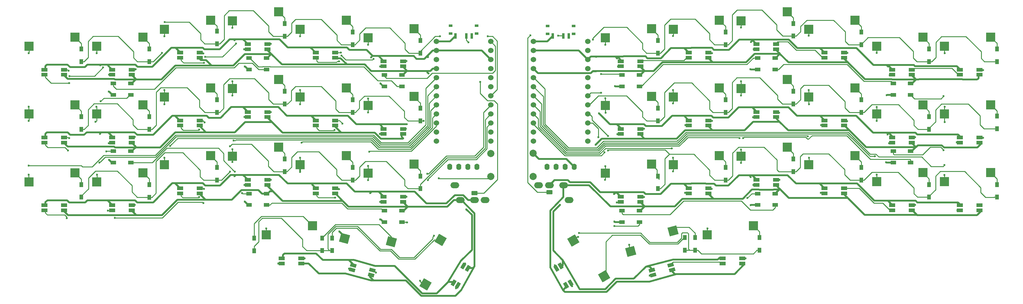
<source format=gbl>
G04 #@! TF.GenerationSoftware,KiCad,Pcbnew,8.0.5*
G04 #@! TF.CreationDate,2024-09-23T11:12:13+08:00*
G04 #@! TF.ProjectId,corne-cherry,636f726e-652d-4636-9865-7272792e6b69,3.0.1*
G04 #@! TF.SameCoordinates,Original*
G04 #@! TF.FileFunction,Copper,L2,Bot*
G04 #@! TF.FilePolarity,Positive*
%FSLAX46Y46*%
G04 Gerber Fmt 4.6, Leading zero omitted, Abs format (unit mm)*
G04 Created by KiCad (PCBNEW 8.0.5) date 2024-09-23 11:12:13*
%MOMM*%
%LPD*%
G01*
G04 APERTURE LIST*
G04 Aperture macros list*
%AMRoundRect*
0 Rectangle with rounded corners*
0 $1 Rounding radius*
0 $2 $3 $4 $5 $6 $7 $8 $9 X,Y pos of 4 corners*
0 Add a 4 corners polygon primitive as box body*
4,1,4,$2,$3,$4,$5,$6,$7,$8,$9,$2,$3,0*
0 Add four circle primitives for the rounded corners*
1,1,$1+$1,$2,$3*
1,1,$1+$1,$4,$5*
1,1,$1+$1,$6,$7*
1,1,$1+$1,$8,$9*
0 Add four rect primitives between the rounded corners*
20,1,$1+$1,$2,$3,$4,$5,0*
20,1,$1+$1,$4,$5,$6,$7,0*
20,1,$1+$1,$6,$7,$8,$9,0*
20,1,$1+$1,$8,$9,$2,$3,0*%
%AMRotRect*
0 Rectangle, with rotation*
0 The origin of the aperture is its center*
0 $1 length*
0 $2 width*
0 $3 Rotation angle, in degrees counterclockwise*
0 Add horizontal line*
21,1,$1,$2,0,0,$3*%
G04 Aperture macros list end*
G04 #@! TA.AperFunction,ComponentPad*
%ADD10O,2.500000X1.700000*%
G04 #@! TD*
G04 #@! TA.AperFunction,ComponentPad*
%ADD11O,1.397000X1.778000*%
G04 #@! TD*
G04 #@! TA.AperFunction,ComponentPad*
%ADD12C,2.000000*%
G04 #@! TD*
G04 #@! TA.AperFunction,SMDPad,CuDef*
%ADD13R,2.550000X2.500000*%
G04 #@! TD*
G04 #@! TA.AperFunction,SMDPad,CuDef*
%ADD14RotRect,2.550000X2.500000X165.000000*%
G04 #@! TD*
G04 #@! TA.AperFunction,SMDPad,CuDef*
%ADD15RotRect,2.550000X2.500000X240.000000*%
G04 #@! TD*
G04 #@! TA.AperFunction,SMDPad,CuDef*
%ADD16RotRect,2.550000X2.500000X120.000000*%
G04 #@! TD*
G04 #@! TA.AperFunction,SMDPad,CuDef*
%ADD17RotRect,2.550000X2.500000X195.000000*%
G04 #@! TD*
G04 #@! TA.AperFunction,ComponentPad*
%ADD18C,1.524000*%
G04 #@! TD*
G04 #@! TA.AperFunction,ComponentPad*
%ADD19RoundRect,0.250000X-0.625000X0.350000X-0.625000X-0.350000X0.625000X-0.350000X0.625000X0.350000X0*%
G04 #@! TD*
G04 #@! TA.AperFunction,ComponentPad*
%ADD20RoundRect,0.250000X0.625000X-0.350000X0.625000X0.350000X-0.625000X0.350000X-0.625000X-0.350000X0*%
G04 #@! TD*
G04 #@! TA.AperFunction,SMDPad,CuDef*
%ADD21R,1.000000X1.400000*%
G04 #@! TD*
G04 #@! TA.AperFunction,SMDPad,CuDef*
%ADD22R,1.700000X1.000000*%
G04 #@! TD*
G04 #@! TA.AperFunction,SMDPad,CuDef*
%ADD23RotRect,1.700000X1.000000X60.000000*%
G04 #@! TD*
G04 #@! TA.AperFunction,SMDPad,CuDef*
%ADD24R,1.500000X1.000000*%
G04 #@! TD*
G04 #@! TA.AperFunction,SMDPad,CuDef*
%ADD25RotRect,1.700000X1.000000X15.000000*%
G04 #@! TD*
G04 #@! TA.AperFunction,SMDPad,CuDef*
%ADD26RotRect,1.700000X1.000000X345.000000*%
G04 #@! TD*
G04 #@! TA.AperFunction,SMDPad,CuDef*
%ADD27RotRect,1.700000X1.000000X300.000000*%
G04 #@! TD*
G04 #@! TA.AperFunction,SMDPad,CuDef*
%ADD28R,0.700000X1.500000*%
G04 #@! TD*
G04 #@! TA.AperFunction,SMDPad,CuDef*
%ADD29R,1.000000X0.800000*%
G04 #@! TD*
G04 #@! TA.AperFunction,ViaPad*
%ADD30C,0.600000*%
G04 #@! TD*
G04 #@! TA.AperFunction,Conductor*
%ADD31C,0.250000*%
G04 #@! TD*
G04 #@! TA.AperFunction,Conductor*
%ADD32C,0.254000*%
G04 #@! TD*
G04 #@! TA.AperFunction,Conductor*
%ADD33C,0.500000*%
G04 #@! TD*
G04 #@! TA.AperFunction,Conductor*
%ADD34C,0.508000*%
G04 #@! TD*
G04 APERTURE END LIST*
D10*
X132334500Y-72192000D03*
X140834500Y-76392000D03*
X137834500Y-76392000D03*
X133834500Y-76392000D03*
D11*
X130948500Y-67028000D03*
X133488500Y-67028000D03*
X136028500Y-67028000D03*
X138568500Y-67028000D03*
D12*
X142424500Y-69781000D03*
X142424500Y-63281000D03*
D13*
X32022500Y-33240000D03*
X44949500Y-30700000D03*
X51022500Y-28490000D03*
X63949500Y-25950000D03*
X70022500Y-26115000D03*
X82949500Y-23575000D03*
X89022500Y-28490000D03*
X101949500Y-25950000D03*
X13022500Y-52240000D03*
X25949500Y-49700000D03*
X32022500Y-52240000D03*
X44949500Y-49700000D03*
X51022500Y-47490000D03*
X63949500Y-44950000D03*
X70022500Y-45115000D03*
X82949500Y-42575000D03*
X89022500Y-47490000D03*
X101949500Y-44950000D03*
X108022500Y-49865000D03*
X120949500Y-47325000D03*
X13022500Y-71240000D03*
X25949500Y-68700000D03*
X32022500Y-71240000D03*
X44949500Y-68700000D03*
X51022500Y-66490000D03*
X63949500Y-63950000D03*
X70022500Y-64115000D03*
X82949500Y-61575000D03*
X89022500Y-66490000D03*
X101949500Y-63950000D03*
X108022500Y-68865000D03*
X120949500Y-66325000D03*
X79522500Y-86115000D03*
X92449500Y-83575000D03*
D14*
X101421316Y-87117815D03*
X114565239Y-88010118D03*
D15*
X124115295Y-100020790D03*
X128379091Y-87555680D03*
D16*
X165521705Y-87744210D03*
X174184909Y-97669320D03*
D10*
X164337500Y-76370000D03*
X155837500Y-72170000D03*
X158837500Y-72170000D03*
X162837500Y-72170000D03*
D11*
X158177500Y-67020000D03*
X160717500Y-67020000D03*
X163257500Y-67020000D03*
X165797500Y-67020000D03*
D12*
X154304500Y-69772000D03*
X154304500Y-63272000D03*
D13*
X212529500Y-64110000D03*
X225456500Y-61570000D03*
X193529500Y-66485000D03*
X206456500Y-63945000D03*
X174529500Y-68860000D03*
X187456500Y-66320000D03*
X203029500Y-86110000D03*
X215956500Y-83570000D03*
D17*
X181613515Y-90780281D03*
X193442638Y-84981076D03*
D13*
X212529500Y-26110000D03*
X225456500Y-23570000D03*
X193529500Y-28485000D03*
X206456500Y-25945000D03*
X269529500Y-52235000D03*
X282456500Y-49695000D03*
X231529500Y-28485000D03*
X244456500Y-25945000D03*
X250529500Y-52235000D03*
X263456500Y-49695000D03*
X250529500Y-71235000D03*
X263456500Y-68695000D03*
X231529500Y-66485000D03*
X244456500Y-63945000D03*
X269529500Y-33235000D03*
X282456500Y-30695000D03*
X250529500Y-33235000D03*
X263456500Y-30695000D03*
X231529500Y-47485000D03*
X244456500Y-44945000D03*
X212529500Y-45110000D03*
X225456500Y-42570000D03*
X193529500Y-47485000D03*
X206456500Y-44945000D03*
X174529500Y-49860000D03*
X187456500Y-47320000D03*
X269529500Y-71235000D03*
X282456500Y-68695000D03*
X13022500Y-33240000D03*
X25949500Y-30700000D03*
X108022500Y-30865000D03*
X120949500Y-28325000D03*
X174522500Y-30865000D03*
X187449500Y-28325000D03*
D18*
X142423900Y-31942000D03*
X142423900Y-34482000D03*
X142423900Y-37022000D03*
X142423900Y-39562000D03*
X142423900Y-42102000D03*
X142423900Y-44642000D03*
X142423900Y-47182000D03*
X142423900Y-49722000D03*
X142423900Y-52262000D03*
X142423900Y-54802000D03*
X142423900Y-57342000D03*
X142423900Y-59882000D03*
X127203900Y-59882000D03*
X127203900Y-57342000D03*
X127203900Y-54802000D03*
X127203900Y-52262000D03*
X127203900Y-49722000D03*
X127203900Y-47182000D03*
X127203900Y-44642000D03*
X127203900Y-42102000D03*
X127203900Y-39562000D03*
X127203900Y-37022000D03*
X127203900Y-34482000D03*
X127203900Y-31942000D03*
X169598900Y-31912000D03*
X169598900Y-34452000D03*
X169598900Y-36992000D03*
X169598900Y-39532000D03*
X169598900Y-42072000D03*
X169598900Y-44612000D03*
X169598900Y-47152000D03*
X169598900Y-49692000D03*
X169598900Y-52232000D03*
X169598900Y-54772000D03*
X169598900Y-57312000D03*
X169598900Y-59852000D03*
X154378900Y-59852000D03*
X154378900Y-57312000D03*
X154378900Y-54772000D03*
X154378900Y-52232000D03*
X154378900Y-49692000D03*
X154378900Y-47152000D03*
X154378900Y-44612000D03*
X154378900Y-42072000D03*
X154378900Y-39532000D03*
X154378900Y-36992000D03*
X154378900Y-34452000D03*
X154378900Y-31912000D03*
D19*
X137834500Y-74392000D03*
D20*
X158837500Y-74170000D03*
D21*
X27734500Y-37551875D03*
X27734500Y-34001875D03*
X46734500Y-37555000D03*
X46734500Y-34005000D03*
X65707500Y-32555000D03*
X65707500Y-29005000D03*
X84707500Y-30430000D03*
X84707500Y-26880000D03*
X103707500Y-32805000D03*
X103707500Y-29255000D03*
X122707500Y-35180000D03*
X122707500Y-31630000D03*
X27734500Y-56551875D03*
X27734500Y-53001875D03*
X46734500Y-56555000D03*
X46734500Y-53005000D03*
X65707500Y-51805000D03*
X65707500Y-48255000D03*
X84707500Y-49430000D03*
X84707500Y-45880000D03*
X103707500Y-51805000D03*
X103707500Y-48255000D03*
X122707500Y-54180000D03*
X122707500Y-50630000D03*
X27734500Y-75551875D03*
X27734500Y-72001875D03*
X46734500Y-75555000D03*
X46734500Y-72005000D03*
X65707500Y-70805000D03*
X65707500Y-67255000D03*
X84707500Y-68430000D03*
X84707500Y-64880000D03*
X103707500Y-70805000D03*
X103707500Y-67255000D03*
X122707500Y-73180000D03*
X122707500Y-69630000D03*
X76157500Y-90545000D03*
X76157500Y-86995000D03*
X95164500Y-90540000D03*
X95164500Y-86990000D03*
X98007500Y-90540000D03*
X98007500Y-86990000D03*
D22*
X22857500Y-41230000D03*
X22857500Y-39830000D03*
X17357500Y-39830000D03*
X17357500Y-41230000D03*
X41857500Y-41230000D03*
X41857500Y-39830000D03*
X36357500Y-39830000D03*
X36357500Y-41230000D03*
X60857500Y-36480000D03*
X60857500Y-35080000D03*
X55357500Y-35080000D03*
X55357500Y-36480000D03*
X79857500Y-34105000D03*
X79857500Y-32705000D03*
X74357500Y-32705000D03*
X74357500Y-34105000D03*
X98857500Y-36480000D03*
X98857500Y-35080000D03*
X93357500Y-35080000D03*
X93357500Y-36480000D03*
X117857500Y-38855000D03*
X117857500Y-37455000D03*
X112357500Y-37455000D03*
X112357500Y-38855000D03*
X22857500Y-60230000D03*
X22857500Y-58830000D03*
X17357500Y-58830000D03*
X17357500Y-60230000D03*
X41857500Y-60230000D03*
X41857500Y-58830000D03*
X36357500Y-58830000D03*
X36357500Y-60230000D03*
X60857500Y-55480000D03*
X60857500Y-54080000D03*
X55357500Y-54080000D03*
X55357500Y-55480000D03*
X79857500Y-53105000D03*
X79857500Y-51705000D03*
X74357500Y-51705000D03*
X74357500Y-53105000D03*
X98857500Y-55480000D03*
X98857500Y-54080000D03*
X93357500Y-54080000D03*
X93357500Y-55480000D03*
X117857500Y-57855000D03*
X117857500Y-56455000D03*
X112357500Y-56455000D03*
X112357500Y-57855000D03*
X22857500Y-79230000D03*
X22857500Y-77830000D03*
X17357500Y-77830000D03*
X17357500Y-79230000D03*
X41857500Y-79230000D03*
X41857500Y-77830000D03*
X36357500Y-77830000D03*
X36357500Y-79230000D03*
X60857500Y-74480000D03*
X60857500Y-73080000D03*
X55357500Y-73080000D03*
X55357500Y-74480000D03*
X79857500Y-72105000D03*
X79857500Y-70705000D03*
X74357500Y-70705000D03*
X74357500Y-72105000D03*
X117857500Y-76855000D03*
X117857500Y-75455000D03*
X112357500Y-75455000D03*
X112357500Y-76855000D03*
D23*
X135952339Y-95498430D03*
X134739903Y-94798430D03*
X131989903Y-99561570D03*
X133202339Y-100261570D03*
D24*
X41557500Y-43680000D03*
X41557500Y-46880000D03*
X36657500Y-46880000D03*
X36657500Y-43680000D03*
X79557500Y-36555000D03*
X79557500Y-39755000D03*
X74657500Y-39755000D03*
X74657500Y-36555000D03*
X117557500Y-41305000D03*
X117557500Y-44505000D03*
X112657500Y-44505000D03*
X112657500Y-41305000D03*
X79557500Y-74555000D03*
X79557500Y-77755000D03*
X74657500Y-77755000D03*
X74657500Y-74555000D03*
X117557500Y-79305000D03*
X117557500Y-82505000D03*
X112657500Y-82505000D03*
X112657500Y-79305000D03*
X260057500Y-43680000D03*
X260057500Y-46880000D03*
X255157500Y-46880000D03*
X255157500Y-43680000D03*
X222057500Y-36555000D03*
X222057500Y-39755000D03*
X217157500Y-39755000D03*
X217157500Y-36555000D03*
X184057500Y-41305000D03*
X184057500Y-44505000D03*
X179157500Y-44505000D03*
X179157500Y-41305000D03*
X260057500Y-62680000D03*
X260057500Y-65880000D03*
X255157500Y-65880000D03*
X255157500Y-62680000D03*
X222057500Y-74555000D03*
X222057500Y-77755000D03*
X217157500Y-77755000D03*
X217157500Y-74555000D03*
X184057500Y-79305000D03*
X184057500Y-82505000D03*
X179157500Y-82505000D03*
X179157500Y-79305000D03*
D22*
X222357500Y-53105000D03*
X222357500Y-51705000D03*
X216857500Y-51705000D03*
X216857500Y-53105000D03*
X203357500Y-55480000D03*
X203357500Y-54080000D03*
X197857500Y-54080000D03*
X197857500Y-55480000D03*
X184357500Y-57855000D03*
X184357500Y-56455000D03*
X178857500Y-56455000D03*
X178857500Y-57855000D03*
X279357500Y-79230000D03*
X279357500Y-77830000D03*
X273857500Y-77830000D03*
X273857500Y-79230000D03*
X260357500Y-79230000D03*
X260357500Y-77830000D03*
X254857500Y-77830000D03*
X254857500Y-79230000D03*
X241357500Y-74480000D03*
X241357500Y-73080000D03*
X235857500Y-73080000D03*
X235857500Y-74480000D03*
X222357500Y-72105000D03*
X222357500Y-70705000D03*
X216857500Y-70705000D03*
X216857500Y-72105000D03*
X203357500Y-74480000D03*
X203357500Y-73080000D03*
X197857500Y-73080000D03*
X197857500Y-74480000D03*
X184357500Y-76855000D03*
X184357500Y-75455000D03*
X178857500Y-75455000D03*
X178857500Y-76855000D03*
X212857500Y-94105000D03*
X212857500Y-92705000D03*
X207357500Y-92705000D03*
X207357500Y-94105000D03*
D25*
X193181359Y-95952544D03*
X192819013Y-94600249D03*
X187506421Y-96023752D03*
X187868767Y-97376047D03*
D21*
X265214500Y-37550000D03*
X265214500Y-34000000D03*
X246214500Y-32800000D03*
X246214500Y-29250000D03*
X227214500Y-30425000D03*
X227214500Y-26875000D03*
X189207500Y-35180000D03*
X189207500Y-31630000D03*
X284214500Y-56400000D03*
X284214500Y-52850000D03*
X265214500Y-56550000D03*
X265214500Y-53000000D03*
X246214500Y-51800000D03*
X246214500Y-48250000D03*
X227214500Y-49425000D03*
X227214500Y-45875000D03*
X208214500Y-51800000D03*
X208214500Y-48250000D03*
X189207500Y-54180000D03*
X189207500Y-50630000D03*
X284214500Y-75550000D03*
X284214500Y-72000000D03*
X265214500Y-75550000D03*
X265214500Y-72000000D03*
X246214500Y-70800000D03*
X246214500Y-67250000D03*
X227214500Y-68425000D03*
X227214500Y-64875000D03*
X208214500Y-70800000D03*
X208214500Y-67250000D03*
X189207500Y-73180000D03*
X189207500Y-69630000D03*
X217714500Y-90410000D03*
X217714500Y-86860000D03*
X199664500Y-90425000D03*
X199664500Y-86875000D03*
X196814500Y-90425000D03*
X196814500Y-86875000D03*
X284214500Y-37550000D03*
X284214500Y-34000000D03*
X208214500Y-32800000D03*
X208214500Y-29250000D03*
D22*
X89357500Y-94105000D03*
X89357500Y-92705000D03*
X83857500Y-92705000D03*
X83857500Y-94105000D03*
D26*
X108853233Y-97381047D03*
X109215579Y-96028752D03*
X103902987Y-94605249D03*
X103540641Y-95957544D03*
D24*
X41557500Y-62680000D03*
X41557500Y-65880000D03*
X36657500Y-65880000D03*
X36657500Y-62680000D03*
D22*
X98857500Y-74480000D03*
X98857500Y-73080000D03*
X93357500Y-73080000D03*
X93357500Y-74480000D03*
X279357500Y-41230000D03*
X279357500Y-39830000D03*
X273857500Y-39830000D03*
X273857500Y-41230000D03*
X260357500Y-41230000D03*
X260357500Y-39830000D03*
X254857500Y-39830000D03*
X254857500Y-41230000D03*
X241357500Y-36480000D03*
X241357500Y-35080000D03*
X235857500Y-35080000D03*
X235857500Y-36480000D03*
X222357500Y-34105000D03*
X222357500Y-32705000D03*
X216857500Y-32705000D03*
X216857500Y-34105000D03*
X203357500Y-36480000D03*
X203357500Y-35080000D03*
X197857500Y-35080000D03*
X197857500Y-36480000D03*
X184357500Y-38855000D03*
X184357500Y-37455000D03*
X178857500Y-37455000D03*
X178857500Y-38855000D03*
X279357500Y-60230000D03*
X279357500Y-58830000D03*
X273857500Y-58830000D03*
X273857500Y-60230000D03*
X260357500Y-60230000D03*
X260357500Y-58830000D03*
X254857500Y-58830000D03*
X254857500Y-60230000D03*
X241357500Y-55480000D03*
X241357500Y-54080000D03*
X235857500Y-54080000D03*
X235857500Y-55480000D03*
D27*
X163519661Y-100256570D03*
X164732097Y-99556570D03*
X161982097Y-94793430D03*
X160769661Y-95493430D03*
D28*
X132557500Y-30380000D03*
X135557500Y-30380000D03*
X137057500Y-30380000D03*
D29*
X131157500Y-27530000D03*
X131157500Y-29730000D03*
X138457500Y-29730000D03*
X138457500Y-27530000D03*
D28*
X159757500Y-30410000D03*
X162757500Y-30410000D03*
X164257500Y-30410000D03*
D29*
X158357500Y-27560000D03*
X158357500Y-29760000D03*
X165657500Y-29760000D03*
X165657500Y-27560000D03*
D30*
X141597500Y-30505000D03*
X128237500Y-30505000D03*
X51107500Y-26505000D03*
X50307500Y-35105000D03*
X123607500Y-54205000D03*
X124607500Y-69005000D03*
X69382500Y-68405000D03*
X69382500Y-61305000D03*
X124807500Y-70805000D03*
X126493737Y-86382353D03*
X126297500Y-77305000D03*
X33032500Y-38605000D03*
X108632500Y-74405000D03*
X111507500Y-43705000D03*
X111407500Y-81805000D03*
X118907500Y-55105000D03*
X73507500Y-38905000D03*
X35507500Y-65105000D03*
X108862510Y-36393716D03*
X73507500Y-76804998D03*
X124807500Y-36305000D03*
X32932500Y-57805000D03*
X70632500Y-31605000D03*
X135547500Y-78960000D03*
X70632500Y-69705000D03*
X35407500Y-46005000D03*
X117907500Y-59105000D03*
X124957510Y-40905000D03*
X13007500Y-66705000D03*
X13007500Y-50205000D03*
X13007500Y-54205000D03*
X13007500Y-69205000D03*
X13007500Y-35205000D03*
X32007500Y-35205000D03*
X32107500Y-69205000D03*
X31964840Y-50194907D03*
X31707500Y-54405000D03*
X32796949Y-65894449D03*
X51007500Y-45505000D03*
X51007500Y-30505000D03*
X51007500Y-64505000D03*
X51007500Y-49505000D03*
X52577078Y-61174578D03*
X70007500Y-47105000D03*
X70007500Y-43105000D03*
X70007500Y-65705000D03*
X70007500Y-62105000D03*
X70007500Y-28105000D03*
X79507500Y-84305000D03*
X70407500Y-59705000D03*
X89007500Y-64505000D03*
X89407500Y-60305000D03*
X100007500Y-85205000D03*
X89007500Y-49505000D03*
X89007500Y-30505000D03*
X89007500Y-45505000D03*
X89007500Y-68505000D03*
X108007500Y-51805000D03*
X122607500Y-99005000D03*
X108007500Y-70805000D03*
X108007500Y-32805000D03*
X108007500Y-66805000D03*
X108007500Y-47905000D03*
X108407504Y-62805000D03*
X127832500Y-70265000D03*
X173357500Y-46265000D03*
X171063762Y-31389024D03*
X175232500Y-62500000D03*
X175232500Y-58415010D03*
X172537500Y-58715000D03*
X167110558Y-85628058D03*
X173357500Y-41015000D03*
X269617500Y-54555000D03*
X269547500Y-66550000D03*
X269592510Y-50205000D03*
X269607500Y-35205000D03*
X269507500Y-69305000D03*
X250507500Y-35105000D03*
X250507500Y-69205000D03*
X250507500Y-54205000D03*
X250507500Y-50305000D03*
X249997500Y-64100010D03*
X231607500Y-49505000D03*
X231507500Y-45505000D03*
X231234449Y-58513051D03*
X231507500Y-30305000D03*
X231607500Y-64505000D03*
X212507500Y-43105000D03*
X212557500Y-65985000D03*
X212507500Y-47105000D03*
X203087500Y-84335000D03*
X212507500Y-28005000D03*
X212507500Y-62205000D03*
X212107500Y-59020000D03*
X193507500Y-64505000D03*
X193137500Y-61875000D03*
X193507500Y-30405000D03*
X193507500Y-49305000D03*
X193507500Y-45505000D03*
X193517500Y-68325000D03*
X181187500Y-88895000D03*
X174417500Y-70675000D03*
X174507500Y-47805000D03*
X166887500Y-86675000D03*
X174507500Y-32805000D03*
X174607500Y-51905000D03*
X174297500Y-63015000D03*
X174507500Y-66905000D03*
X171787500Y-60895000D03*
X171857490Y-40305000D03*
X177777500Y-36645000D03*
X161807500Y-77705000D03*
X177037500Y-82385000D03*
X253757500Y-38945000D03*
X215217502Y-77775000D03*
X177253436Y-44469389D03*
X253172490Y-65734017D03*
X215152490Y-39708861D03*
X176987500Y-74685000D03*
X253577500Y-58005000D03*
X171934500Y-36205000D03*
X215257500Y-69915000D03*
X253314993Y-46956653D03*
X172707500Y-52045000D03*
X215297500Y-32055000D03*
X34727500Y-62720000D03*
X33107500Y-48705000D03*
X71007500Y-32505000D03*
X62107506Y-37954990D03*
X62387500Y-36246952D03*
X80807500Y-32605000D03*
X100597500Y-35880000D03*
X99882500Y-37455000D03*
X109562521Y-36805000D03*
X118807500Y-37405000D03*
X24007500Y-62505000D03*
X24107500Y-40105000D03*
X35507500Y-41205000D03*
X42707500Y-58705000D03*
X60707500Y-56655000D03*
X61907500Y-35305000D03*
X73307500Y-34105000D03*
X80807500Y-51705000D03*
X100443699Y-35003426D03*
X98607500Y-56755000D03*
X111407500Y-38905000D03*
X118607500Y-56405000D03*
X24307500Y-59005000D03*
X23607500Y-81405000D03*
X42707500Y-77705000D03*
X35407500Y-60405000D03*
X73407500Y-53105000D03*
X80807500Y-70705000D03*
X100857500Y-54905000D03*
X98807500Y-75705000D03*
X111307500Y-57805000D03*
X118807500Y-75405000D03*
X90307500Y-92705000D03*
X73407500Y-72105000D03*
X135200692Y-94111767D03*
X111407500Y-76905000D03*
X82907500Y-94105000D03*
X110207500Y-96705000D03*
X132707500Y-101105000D03*
X119007500Y-82605000D03*
X269261664Y-62382960D03*
X269282500Y-47215000D03*
X272977500Y-60175000D03*
X280317500Y-39965000D03*
X254167500Y-41355002D03*
X261307500Y-58745000D03*
X216047500Y-34105000D03*
X223232169Y-51890331D03*
X196907500Y-55365000D03*
X204437500Y-35185000D03*
X178037510Y-38905000D03*
X185337500Y-56385000D03*
X70707500Y-68405000D03*
X72757500Y-74440000D03*
X24402733Y-41609990D03*
X42907500Y-39705000D03*
X33807500Y-39205000D03*
X24307500Y-43570010D03*
X62232510Y-54605000D03*
X60677169Y-75535331D03*
X35107500Y-79305000D03*
X37107500Y-81355000D03*
X61907500Y-77205000D03*
X62032510Y-73205000D03*
X102707500Y-95605000D03*
X99907500Y-73305000D03*
X214327500Y-75765000D03*
X213147500Y-58980002D03*
X160337500Y-94635000D03*
X177042490Y-83655000D03*
X273117500Y-79255000D03*
X280367500Y-58895000D03*
X254007500Y-60425000D03*
X261327500Y-77755000D03*
X242277500Y-54295000D03*
X234907500Y-74355000D03*
X223267169Y-70725331D03*
X215897500Y-53155000D03*
X196857500Y-74365000D03*
X204397500Y-54145000D03*
X185367500Y-75525000D03*
X177937500Y-57865000D03*
X213767500Y-92735000D03*
X216007500Y-72135000D03*
X204327500Y-73235000D03*
X186947500Y-97485000D03*
X177707500Y-77035000D03*
X165207500Y-100455000D03*
X234977500Y-55355000D03*
X242337500Y-35145000D03*
X136157500Y-32150000D03*
X139477500Y-43280000D03*
X161287500Y-30270000D03*
X153537500Y-30250000D03*
D31*
X46734500Y-37555000D02*
X47857500Y-37555000D01*
X29607500Y-31905000D02*
X31007500Y-30505000D01*
X83957500Y-30430000D02*
X84707500Y-30430000D01*
X62257500Y-32555000D02*
X61107500Y-31405000D01*
X94907500Y-25705000D02*
X99307500Y-30105000D01*
X100507500Y-32805000D02*
X103707500Y-32805000D01*
X118407500Y-34105000D02*
X119482500Y-35180000D01*
X103707500Y-32805000D02*
X104407500Y-32805000D01*
X66457500Y-32555000D02*
X67707500Y-31305000D01*
X99307500Y-31605000D02*
X100507500Y-32805000D01*
X114107500Y-28105000D02*
X118407500Y-32405000D01*
X126869819Y-30505000D02*
X122707500Y-34667319D01*
X51531764Y-26505000D02*
X51107500Y-26505000D01*
X121957500Y-35180000D02*
X122707500Y-35180000D01*
X87707500Y-25705000D02*
X94907500Y-25705000D01*
X65707500Y-32555000D02*
X66457500Y-32555000D01*
X144207500Y-31805000D02*
X142907500Y-30505000D01*
X38007500Y-30505000D02*
X42307500Y-34805000D01*
X80220686Y-29205000D02*
X81445686Y-30430000D01*
X61107500Y-31405000D02*
X61107500Y-29705000D01*
X43357500Y-37555000D02*
X46734500Y-37555000D01*
X28484500Y-37551875D02*
X29607500Y-36428875D01*
X67707500Y-31305000D02*
X67707500Y-24705000D01*
X75907500Y-23305000D02*
X80207500Y-27605000D01*
X47857500Y-37555000D02*
X50307500Y-35105000D01*
X84707500Y-30430000D02*
X85457500Y-30430000D01*
X142423900Y-47182000D02*
X144207500Y-45398400D01*
X104407500Y-32805000D02*
X105707500Y-31505000D01*
X107407500Y-28105000D02*
X114107500Y-28105000D01*
X31007500Y-30505000D02*
X38007500Y-30505000D01*
X119482500Y-35180000D02*
X121957500Y-35180000D01*
X65707500Y-32555000D02*
X62257500Y-32555000D01*
X80207500Y-29205000D02*
X80220686Y-29205000D01*
X67707500Y-24705000D02*
X69107500Y-23305000D01*
X61107500Y-29705000D02*
X57907500Y-26505000D01*
X142907500Y-30505000D02*
X141597500Y-30505000D01*
X81445686Y-30430000D02*
X83957500Y-30430000D01*
X57907500Y-26505000D02*
X51531764Y-26505000D01*
X42307500Y-36505000D02*
X43357500Y-37555000D01*
X85457500Y-30430000D02*
X86607500Y-29280000D01*
X86607500Y-29280000D02*
X86607500Y-26805000D01*
X29607500Y-36428875D02*
X29607500Y-31905000D01*
X86607500Y-26805000D02*
X87707500Y-25705000D01*
X128237500Y-30505000D02*
X126869819Y-30505000D01*
X42307500Y-34805000D02*
X42307500Y-36505000D01*
X122707500Y-34667319D02*
X122707500Y-35180000D01*
X99307500Y-30105000D02*
X99307500Y-31605000D01*
X27734500Y-37551875D02*
X28484500Y-37551875D01*
X118407500Y-32405000D02*
X118407500Y-34105000D01*
X105707500Y-29805000D02*
X107407500Y-28105000D01*
X80207500Y-27605000D02*
X80207500Y-29205000D01*
X144207500Y-45398400D02*
X144207500Y-31805000D01*
X69107500Y-23305000D02*
X75907500Y-23305000D01*
X105707500Y-31505000D02*
X105707500Y-29805000D01*
X27734500Y-32751875D02*
X27734500Y-34001875D01*
X27734500Y-32510000D02*
X27734500Y-32751875D01*
X25949500Y-30725000D02*
X27734500Y-32510000D01*
X25949500Y-30700000D02*
X25949500Y-30725000D01*
X119182500Y-54180000D02*
X122707500Y-54180000D01*
X125007500Y-69005000D02*
X124607500Y-69005000D01*
X99007500Y-48605000D02*
X99007500Y-50905000D01*
X122707500Y-54180000D02*
X122832500Y-54180000D01*
X142423900Y-49788600D02*
X140407500Y-51805000D01*
X137907500Y-64005000D02*
X130007500Y-64005000D01*
X80207500Y-46305000D02*
X80207500Y-48205000D01*
X140407500Y-51805000D02*
X140407500Y-61505000D01*
X28484500Y-56551875D02*
X29607500Y-55428875D01*
X86507500Y-48380000D02*
X86507500Y-45705000D01*
X66457500Y-51805000D02*
X67607500Y-50655000D01*
X42207500Y-55305000D02*
X43457500Y-56555000D01*
X123582500Y-54180000D02*
X123607500Y-54205000D01*
X48707500Y-55332000D02*
X48707500Y-46105000D01*
X57332501Y-44879999D02*
X60807500Y-48354998D01*
X29607500Y-51005000D02*
X31282499Y-49330001D01*
X60807500Y-48354998D02*
X60807500Y-50305000D01*
X104457500Y-51805000D02*
X105607500Y-50655000D01*
X107007500Y-47205000D02*
X113907500Y-47205000D01*
X42207500Y-53805000D02*
X42207500Y-55305000D01*
X99907500Y-51805000D02*
X103707500Y-51805000D01*
X105607500Y-50655000D02*
X105607500Y-48605000D01*
X118207500Y-51505000D02*
X118207500Y-53205000D01*
X76207500Y-42305000D02*
X80207500Y-46305000D01*
X67607500Y-44005000D02*
X69307500Y-42305000D01*
X94907500Y-44505000D02*
X99007500Y-48605000D01*
X65707500Y-51805000D02*
X66457500Y-51805000D01*
X113907500Y-47205000D02*
X118207500Y-51505000D01*
X45984500Y-56555000D02*
X46734500Y-56555000D01*
X47484500Y-56555000D02*
X48707500Y-55332000D01*
X27734500Y-56551875D02*
X28484500Y-56551875D01*
X49932501Y-44879999D02*
X57332501Y-44879999D01*
X67607500Y-50655000D02*
X67607500Y-44005000D01*
X85457500Y-49430000D02*
X86507500Y-48380000D01*
X118207500Y-53205000D02*
X119182500Y-54180000D01*
X142423900Y-49722000D02*
X142423900Y-49788600D01*
X99007500Y-50905000D02*
X99907500Y-51805000D01*
X46734500Y-56555000D02*
X47484500Y-56555000D01*
X60807500Y-50305000D02*
X62307500Y-51805000D01*
X130007500Y-64005000D02*
X125007500Y-69005000D01*
X80207500Y-48205000D02*
X81432500Y-49430000D01*
X84707500Y-49430000D02*
X85457500Y-49430000D01*
X105607500Y-48605000D02*
X107007500Y-47205000D01*
X87707500Y-44505000D02*
X94907500Y-44505000D01*
X43457500Y-56555000D02*
X45984500Y-56555000D01*
X69307500Y-42305000D02*
X76207500Y-42305000D01*
X81432500Y-49430000D02*
X84707500Y-49430000D01*
X140407500Y-61505000D02*
X137907500Y-64005000D01*
X48707500Y-46105000D02*
X49932501Y-44879999D01*
X31282499Y-49330001D02*
X37732501Y-49330001D01*
X122707500Y-54180000D02*
X123582500Y-54180000D01*
X29607500Y-55428875D02*
X29607500Y-51005000D01*
X62307500Y-51805000D02*
X65707500Y-51805000D01*
X86507500Y-45705000D02*
X87707500Y-44505000D01*
X37732501Y-49330001D02*
X42207500Y-53805000D01*
X103707500Y-51805000D02*
X104457500Y-51805000D01*
X44949500Y-30735000D02*
X46734500Y-32520000D01*
X44949500Y-30700000D02*
X44949500Y-30735000D01*
X46734500Y-32520000D02*
X46734500Y-34005000D01*
X46057500Y-75555000D02*
X46734500Y-75555000D01*
X61007500Y-68005000D02*
X61007500Y-69805000D01*
X104457500Y-70805000D02*
X105707500Y-69555000D01*
X62007500Y-70805000D02*
X64957500Y-70805000D01*
X99207500Y-69305000D02*
X100707500Y-70805000D01*
X113107500Y-65505000D02*
X118307500Y-70705000D01*
X56107500Y-63105000D02*
X61007500Y-68005000D01*
D32*
X138173500Y-64505000D02*
X140859511Y-61818989D01*
D31*
X100707500Y-70805000D02*
X103707500Y-70805000D01*
D32*
X122707500Y-73105000D02*
X122707500Y-71978400D01*
D31*
X69982500Y-60705000D02*
X69382500Y-61305000D01*
D32*
X130180900Y-64505000D02*
X138173500Y-64505000D01*
D31*
X81632500Y-68430000D02*
X80107500Y-66905000D01*
X88207500Y-62805000D02*
X94207500Y-62805000D01*
D32*
X122707500Y-71978400D02*
X130180900Y-64505000D01*
D31*
X48607500Y-65533078D02*
X51035578Y-63105000D01*
X41907500Y-72305000D02*
X41907500Y-74105000D01*
X64957500Y-70805000D02*
X65707500Y-70805000D01*
X99207500Y-67805000D02*
X99207500Y-69305000D01*
D32*
X141661901Y-53023999D02*
X142423900Y-52262000D01*
D31*
X85282500Y-68430000D02*
X86607500Y-67105000D01*
X69382500Y-68405000D02*
X69382500Y-68430000D01*
X103707500Y-70805000D02*
X104457500Y-70805000D01*
X27734500Y-75178000D02*
X29707500Y-73205000D01*
X47484500Y-75555000D02*
X48607500Y-74432000D01*
X29707500Y-70205000D02*
X31707500Y-68205000D01*
X43357500Y-75555000D02*
X46057500Y-75555000D01*
X84707500Y-68430000D02*
X81632500Y-68430000D01*
X107307500Y-65505000D02*
X113107500Y-65505000D01*
X51035578Y-63105000D02*
X56107500Y-63105000D01*
X29707500Y-73205000D02*
X29707500Y-70205000D01*
X105707500Y-69555000D02*
X105707500Y-67105000D01*
X80107500Y-65405000D02*
X75407500Y-60705000D01*
X48607500Y-74432000D02*
X48607500Y-65533078D01*
X46734500Y-75555000D02*
X47484500Y-75555000D01*
X37807500Y-68205000D02*
X41907500Y-72305000D01*
X41907500Y-74105000D02*
X43357500Y-75555000D01*
X86607500Y-64405000D02*
X88207500Y-62805000D01*
X119182500Y-73180000D02*
X122707500Y-73180000D01*
X94207500Y-62805000D02*
X99207500Y-67805000D01*
D32*
X140859511Y-53826389D02*
X141661901Y-53023999D01*
D31*
X67007500Y-70805000D02*
X65707500Y-70805000D01*
X86607500Y-67105000D02*
X86607500Y-64405000D01*
X31707500Y-68205000D02*
X37807500Y-68205000D01*
X118307500Y-72305000D02*
X119182500Y-73180000D01*
D32*
X140859511Y-61818989D02*
X140859511Y-53826389D01*
D31*
X61007500Y-69805000D02*
X62007500Y-70805000D01*
X27734500Y-75551875D02*
X27734500Y-75178000D01*
X80107500Y-66905000D02*
X80107500Y-65405000D01*
X118307500Y-70705000D02*
X118307500Y-72305000D01*
X105707500Y-67105000D02*
X107307500Y-65505000D01*
X75407500Y-60705000D02*
X69982500Y-60705000D01*
X69382500Y-68430000D02*
X67007500Y-70805000D01*
X84707500Y-68430000D02*
X85282500Y-68430000D01*
X64034500Y-25950000D02*
X65707500Y-27623000D01*
X65707500Y-27623000D02*
X65707500Y-29005000D01*
X63949500Y-25950000D02*
X64034500Y-25950000D01*
X130357500Y-65005000D02*
X130607500Y-65005000D01*
D32*
X138315568Y-65005000D02*
X130607500Y-65005000D01*
D31*
X96807500Y-90090000D02*
X96807500Y-85941410D01*
D32*
X141313522Y-55912378D02*
X141313522Y-62007046D01*
D31*
X124807500Y-70805000D02*
X124807500Y-70555000D01*
X77407500Y-82405000D02*
X78407500Y-81405000D01*
X124807500Y-70555000D02*
X130357500Y-65005000D01*
X111493900Y-90154990D02*
X114557490Y-90154990D01*
X126193738Y-87218762D02*
X126193738Y-86682352D01*
X76157500Y-89295000D02*
X77407500Y-88045000D01*
X95164500Y-90540000D02*
X98007500Y-90540000D01*
X105093900Y-83754989D02*
X111493900Y-90154990D01*
X77407500Y-88045000D02*
X77407500Y-82405000D01*
X116857489Y-92454989D02*
X120957511Y-92454989D01*
X98993920Y-83754989D02*
X105093900Y-83754989D01*
X98007500Y-90540000D02*
X97257500Y-90540000D01*
X97257500Y-90540000D02*
X96807500Y-90090000D01*
X83707500Y-81405000D02*
X89707500Y-87405000D01*
X96807500Y-85941410D02*
X98993920Y-83754989D01*
X120957511Y-92454989D02*
X126193738Y-87218762D01*
X78407500Y-81405000D02*
X83707500Y-81405000D01*
X95207500Y-90540000D02*
X95164500Y-90540000D01*
D32*
X142423900Y-54802000D02*
X141313522Y-55912378D01*
D31*
X114557490Y-90154990D02*
X116857489Y-92454989D01*
X89707500Y-87405000D02*
X89707500Y-89405000D01*
X76157500Y-90545000D02*
X76157500Y-89295000D01*
X126193738Y-86682352D02*
X126493737Y-86382353D01*
D32*
X141313522Y-62007046D02*
X138315568Y-65005000D01*
D31*
X90842500Y-90540000D02*
X95207500Y-90540000D01*
X89707500Y-89405000D02*
X90842500Y-90540000D01*
X82979500Y-23575000D02*
X84707500Y-25303000D01*
X84707500Y-25303000D02*
X84707500Y-26880000D01*
X82949500Y-23575000D02*
X82979500Y-23575000D01*
X101949500Y-25995000D02*
X103707500Y-27753000D01*
X101949500Y-25950000D02*
X101949500Y-25995000D01*
X103707500Y-27753000D02*
X103707500Y-29255000D01*
X120949500Y-28325000D02*
X120949500Y-28345000D01*
X122707500Y-30103000D02*
X122707500Y-31630000D01*
X120949500Y-28345000D02*
X122707500Y-30103000D01*
X25949500Y-49700000D02*
X25994500Y-49700000D01*
X27734500Y-51440000D02*
X27734500Y-53001875D01*
X25994500Y-49700000D02*
X27734500Y-51440000D01*
X46734500Y-51450000D02*
X46734500Y-53005000D01*
X44949500Y-49700000D02*
X44984500Y-49700000D01*
X44984500Y-49700000D02*
X46734500Y-51450000D01*
X63949500Y-44950000D02*
X64044500Y-44950000D01*
X65707500Y-46613000D02*
X65707500Y-48255000D01*
X64044500Y-44950000D02*
X65707500Y-46613000D01*
X82949500Y-42575000D02*
X82999500Y-42575000D01*
X84707500Y-44283000D02*
X84707500Y-45880000D01*
X82999500Y-42575000D02*
X84707500Y-44283000D01*
X101949500Y-44950000D02*
X101949500Y-45045000D01*
X101949500Y-45045000D02*
X103707500Y-46803000D01*
X103707500Y-46803000D02*
X103707500Y-48255000D01*
X120949500Y-47447000D02*
X122707500Y-49205000D01*
X120949500Y-47325000D02*
X120949500Y-47447000D01*
X122707500Y-49205000D02*
X122707500Y-50630000D01*
X27734500Y-70500000D02*
X27734500Y-72001875D01*
X25949500Y-68700000D02*
X25949500Y-68715000D01*
X25949500Y-68715000D02*
X27734500Y-70500000D01*
X45014500Y-68700000D02*
X46734500Y-70420000D01*
X44949500Y-68700000D02*
X45014500Y-68700000D01*
X46734500Y-70420000D02*
X46734500Y-72005000D01*
X63949500Y-63955000D02*
X65707500Y-65713000D01*
X65707500Y-65713000D02*
X65707500Y-67255000D01*
X63949500Y-63950000D02*
X63949500Y-63955000D01*
X84707500Y-63313000D02*
X84707500Y-64880000D01*
X82949500Y-61575000D02*
X82969500Y-61575000D01*
X82969500Y-61575000D02*
X84707500Y-63313000D01*
X101949500Y-63995000D02*
X103707500Y-65753000D01*
X101949500Y-63950000D02*
X101949500Y-63995000D01*
X103707500Y-65753000D02*
X103707500Y-67255000D01*
X120949500Y-66375000D02*
X122707500Y-68133000D01*
X120949500Y-66325000D02*
X120949500Y-66375000D01*
X122707500Y-68133000D02*
X122707500Y-69630000D01*
X78157510Y-80954990D02*
X89857490Y-80954990D01*
X76157500Y-86995000D02*
X76157500Y-82955000D01*
X89857490Y-80954990D02*
X92449500Y-83547000D01*
X92449500Y-83547000D02*
X92449500Y-83575000D01*
X76157500Y-82955000D02*
X78157510Y-80954990D01*
X111054216Y-83205000D02*
X114565239Y-86716023D01*
X95164500Y-86948000D02*
X98907500Y-83205000D01*
X95164500Y-86990000D02*
X95164500Y-86948000D01*
X114565239Y-86716023D02*
X114565239Y-88010118D01*
X98907500Y-83205000D02*
X111054216Y-83205000D01*
X98007500Y-85377820D02*
X99180320Y-84205000D01*
X104907500Y-84205000D02*
X111307500Y-90605001D01*
X111307500Y-90605001D02*
X114307501Y-90605001D01*
X99180320Y-84205000D02*
X104907500Y-84205000D01*
X121207500Y-92905000D02*
X126556820Y-87555680D01*
X116607500Y-92905000D02*
X121207500Y-92905000D01*
X126556820Y-87555680D02*
X128379091Y-87555680D01*
X114307501Y-90605001D02*
X116607500Y-92905000D01*
X98007500Y-86990000D02*
X98007500Y-85377820D01*
D33*
X72707500Y-50305000D02*
X69707500Y-50305000D01*
X92407500Y-72005000D02*
X93482500Y-73080000D01*
X112457500Y-75455000D02*
X112657500Y-75455000D01*
X90907500Y-33605000D02*
X91907500Y-33605000D01*
X74507500Y-77905000D02*
X74507500Y-77804998D01*
X120807500Y-36005000D02*
X111007500Y-36005000D01*
X93382500Y-35080000D02*
X93657500Y-35080000D01*
X23722500Y-76405000D02*
X18207500Y-76405000D01*
X72107500Y-31305000D02*
X73007500Y-31305000D01*
X124805385Y-35802885D02*
X123803270Y-36805000D01*
X36382500Y-46880000D02*
X36657500Y-46880000D01*
X134064257Y-93361757D02*
X137137500Y-90288514D01*
X84596247Y-91344990D02*
X84623760Y-91344990D01*
X36632500Y-58830000D02*
X36657500Y-58830000D01*
X74457500Y-39755000D02*
X74657500Y-39755000D01*
X93482500Y-54080000D02*
X93657500Y-54080000D01*
X63457500Y-53305000D02*
X62857500Y-52705000D01*
X109162509Y-36093717D02*
X108862510Y-36393716D01*
X43462500Y-39005000D02*
X42862500Y-38405000D01*
X83107500Y-69305000D02*
X73007500Y-69305000D01*
X121057500Y-74005000D02*
X124357500Y-77305000D01*
X70807500Y-31305000D02*
X70807500Y-31430000D01*
X73507500Y-38905000D02*
X73607500Y-38905000D01*
X33007500Y-57405000D02*
X29191377Y-57405000D01*
D32*
X36238511Y-59019989D02*
X36204499Y-59054001D01*
D33*
X84297490Y-91671260D02*
X84297490Y-91643747D01*
X61702500Y-33705000D02*
X53907500Y-33705000D01*
X70907500Y-69430000D02*
X70632500Y-69705000D01*
X34707500Y-38405000D02*
X35107500Y-38405000D01*
X53607500Y-71605000D02*
X53907500Y-71605000D01*
D31*
X17324500Y-59274000D02*
X17274500Y-59224000D01*
D33*
X126721764Y-77305000D02*
X126297500Y-77305000D01*
X83232500Y-31305000D02*
X72107500Y-31305000D01*
X24532500Y-39105000D02*
X23832500Y-38405000D01*
X43332500Y-58105000D02*
X42632500Y-57405000D01*
X134697500Y-75005000D02*
X132307500Y-75005000D01*
X92407500Y-71705000D02*
X92407500Y-72005000D01*
X53607500Y-71605000D02*
X53207500Y-71605000D01*
X109307500Y-36005000D02*
X109251226Y-36005000D01*
X111007500Y-36005000D02*
X109307500Y-36005000D01*
X112307500Y-44505000D02*
X112657500Y-44505000D01*
X137137500Y-90288514D02*
X137137500Y-80510000D01*
X52894502Y-33705000D02*
X47594502Y-39005000D01*
X54107500Y-33705000D02*
X55482500Y-35080000D01*
X53907500Y-33705000D02*
X54107500Y-33705000D01*
X18082500Y-38405000D02*
X17657500Y-38830000D01*
X18207500Y-76405000D02*
X17657500Y-76955000D01*
X43342501Y-77005001D02*
X42742500Y-76405000D01*
X35107500Y-76405000D02*
X29407500Y-76405000D01*
X35107500Y-38605000D02*
X36332500Y-39830000D01*
X62402501Y-72255001D02*
X61752500Y-71605000D01*
X92407500Y-71705000D02*
X102007500Y-71705000D01*
X55482500Y-35080000D02*
X55657500Y-35080000D01*
X112457500Y-37455000D02*
X111007500Y-36005000D01*
X36332500Y-39830000D02*
X36657500Y-39830000D01*
X108907500Y-74130000D02*
X108632500Y-74405000D01*
X130507500Y-99205000D02*
X134064257Y-93361757D01*
X91907500Y-33605000D02*
X93382500Y-35080000D01*
X17657500Y-38830000D02*
X17657500Y-39830000D01*
X73607500Y-38905000D02*
X74457500Y-39755000D01*
X127302511Y-102504989D02*
X130507500Y-99300000D01*
X73007500Y-69305000D02*
X70907500Y-69305000D01*
X35407500Y-46005000D02*
X35507500Y-46005000D01*
X73007500Y-31305000D02*
X74407500Y-32705000D01*
X125873236Y-77305000D02*
X126297500Y-77305000D01*
X74507500Y-77804998D02*
X73807499Y-77104997D01*
X47594502Y-39005000D02*
X43462500Y-39005000D01*
X85307500Y-52705000D02*
X82907500Y-50305000D01*
X108907500Y-74005000D02*
X108907500Y-74130000D01*
X115507500Y-94805000D02*
X123207489Y-102504989D01*
X85507500Y-71705000D02*
X83107500Y-69305000D01*
X121607500Y-36805000D02*
X120807500Y-36005000D01*
X123207489Y-102504989D02*
X127302511Y-102504989D01*
X108907500Y-74005000D02*
X104307500Y-74005000D01*
X118907500Y-55105000D02*
X111507500Y-55105000D01*
X62857500Y-52705000D02*
X53907500Y-52705000D01*
X135587500Y-78960000D02*
X137137500Y-80510000D01*
X18082500Y-57405000D02*
X17657500Y-57830000D01*
X136084500Y-76392000D02*
X134697500Y-75005000D01*
X24322500Y-77005000D02*
X23722500Y-76405000D01*
X70907500Y-69305000D02*
X70907500Y-69430000D01*
X110007500Y-94805000D02*
X115507500Y-94805000D01*
X23882500Y-57405000D02*
X18082500Y-57405000D01*
X24582500Y-58105000D02*
X23882500Y-57405000D01*
X84157500Y-92705000D02*
X84157500Y-91811250D01*
X36432500Y-77830000D02*
X36657500Y-77830000D01*
X29407500Y-76405000D02*
X28807500Y-77005000D01*
X70807500Y-31430000D02*
X70632500Y-31605000D01*
X124357500Y-77305000D02*
X125873236Y-77305000D01*
X102489110Y-93123390D02*
X104107500Y-93105000D01*
D34*
X127203900Y-34482000D02*
X139883900Y-34482000D01*
D33*
X42742500Y-76405000D02*
X35107500Y-76405000D01*
X91907500Y-52705000D02*
X92107500Y-52705000D01*
X74307500Y-70605000D02*
X74307500Y-70705000D01*
X93482500Y-73080000D02*
X93657500Y-73080000D01*
X110607500Y-74005000D02*
X121057500Y-74005000D01*
X111507500Y-55105000D02*
X111407500Y-55205000D01*
X102807500Y-34305000D02*
X102107500Y-33605000D01*
X33007500Y-57730000D02*
X32932500Y-57805000D01*
X74407500Y-51705000D02*
X74657500Y-51705000D01*
X33207500Y-38430000D02*
X33032500Y-38605000D01*
X69707500Y-50305000D02*
X66707500Y-53305000D01*
X35507500Y-46005000D02*
X36382500Y-46880000D01*
D34*
X139883900Y-34482000D02*
X142423900Y-37022000D01*
D33*
X92107500Y-52705000D02*
X93482500Y-54080000D01*
X35707500Y-57405000D02*
X33007500Y-57405000D01*
X69507500Y-69305000D02*
X66557499Y-72255001D01*
X102489110Y-93123390D02*
X102633262Y-93123390D01*
X73007500Y-69305000D02*
X74307500Y-70605000D01*
X130507500Y-99300000D02*
X130507500Y-99205000D01*
X84663750Y-91305000D02*
X93507500Y-91305000D01*
X82907500Y-50305000D02*
X72707500Y-50305000D01*
X102107500Y-33605000D02*
X90907500Y-33605000D01*
X107607500Y-34305000D02*
X102807500Y-34305000D01*
X53907500Y-71605000D02*
X55382500Y-73080000D01*
X53907500Y-52705000D02*
X53207500Y-52705000D01*
X17657500Y-57830000D02*
X17657500Y-58830000D01*
X67907500Y-32705000D02*
X66482501Y-34129999D01*
X126126270Y-34482000D02*
X124805385Y-35802885D01*
X70807500Y-31305000D02*
X69267502Y-31305000D01*
X23832500Y-38405000D02*
X18082500Y-38405000D01*
X102357499Y-52705000D02*
X91907500Y-52705000D01*
X84157500Y-91811250D02*
X84297490Y-91671260D01*
X91907500Y-52705000D02*
X85307500Y-52705000D01*
X73807499Y-77104997D02*
X73507500Y-76804998D01*
X102633262Y-93123390D02*
X104192765Y-94682893D01*
X123803270Y-36805000D02*
X121607500Y-36805000D01*
X73007500Y-50305000D02*
X74407500Y-51705000D01*
X66482501Y-34129999D02*
X62127499Y-34129999D01*
X92407500Y-71705000D02*
X85507500Y-71705000D01*
X104307500Y-74005000D02*
X102007500Y-71705000D01*
X111507500Y-43705000D02*
X112307500Y-44505000D01*
X28491377Y-58105000D02*
X24582500Y-58105000D01*
X72707500Y-50305000D02*
X73007500Y-50305000D01*
X47807500Y-58105000D02*
X43332500Y-58105000D01*
X66707500Y-53305000D02*
X63457500Y-53305000D01*
X66557499Y-72255001D02*
X62402501Y-72255001D01*
X28807500Y-77005000D02*
X24322500Y-77005000D01*
X85532500Y-33605000D02*
X83232500Y-31305000D01*
X72107500Y-31305000D02*
X70807500Y-31305000D01*
X35207500Y-57405000D02*
X36632500Y-58830000D01*
X69267502Y-31305000D02*
X67907500Y-32665002D01*
X130007500Y-77305000D02*
X126721764Y-77305000D01*
X109307500Y-36005000D02*
X107607500Y-34305000D01*
X111407500Y-81805000D02*
X111607500Y-81805000D01*
X130507500Y-99205000D02*
X130604262Y-99301762D01*
X29399439Y-38405000D02*
X28699439Y-39105000D01*
X53207500Y-71605000D02*
X47807499Y-77005001D01*
X109251226Y-36005000D02*
X109162509Y-36093717D01*
X132307500Y-75005000D02*
X130007500Y-77305000D01*
X110607500Y-74005000D02*
X108907500Y-74005000D01*
X33207500Y-38405000D02*
X29399439Y-38405000D01*
X70907500Y-69305000D02*
X69507500Y-69305000D01*
X74407500Y-32705000D02*
X74657500Y-32705000D01*
X42862500Y-38405000D02*
X34407500Y-38405000D01*
X111007500Y-74005000D02*
X112457500Y-75455000D01*
X135587500Y-78960000D02*
X135547500Y-78960000D01*
X112657500Y-37455000D02*
X112457500Y-37455000D01*
X111607500Y-81805000D02*
X112407500Y-82605000D01*
X67907500Y-32665002D02*
X67907500Y-32705000D01*
X93507500Y-91305000D02*
X95325890Y-93123390D01*
X130604262Y-99301762D02*
X132139903Y-99301762D01*
X33207500Y-38405000D02*
X33207500Y-38430000D01*
X35707500Y-57405000D02*
X35207500Y-57405000D01*
X61752500Y-71605000D02*
X53607500Y-71605000D01*
X127203900Y-34482000D02*
X126126270Y-34482000D01*
X17657500Y-76955000D02*
X17657500Y-77830000D01*
X33007500Y-57405000D02*
X33007500Y-57730000D01*
X35107500Y-38405000D02*
X35107500Y-38605000D01*
X95325890Y-93123390D02*
X102489110Y-93123390D01*
X55382500Y-73080000D02*
X55657500Y-73080000D01*
X55282500Y-54080000D02*
X55657500Y-54080000D01*
X62127499Y-34129999D02*
X61702500Y-33705000D01*
X84623760Y-91344990D02*
X84663750Y-91305000D01*
X124805385Y-35802885D02*
X124805385Y-36302885D01*
X42632500Y-57405000D02*
X35707500Y-57405000D01*
X104757499Y-55105000D02*
X102357499Y-52705000D01*
X104107500Y-93105000D02*
X110007500Y-94805000D01*
X111507500Y-55105000D02*
X104757499Y-55105000D01*
X137834500Y-76392000D02*
X136084500Y-76392000D01*
X90907500Y-33605000D02*
X85532500Y-33605000D01*
X35107500Y-76505000D02*
X36432500Y-77830000D01*
X84297490Y-91643747D02*
X84596247Y-91344990D01*
X53907500Y-33705000D02*
X52894502Y-33705000D01*
X47807499Y-77005001D02*
X43342501Y-77005001D01*
X53907500Y-52705000D02*
X55282500Y-54080000D01*
X28699439Y-39105000D02*
X24532500Y-39105000D01*
X124805385Y-36302885D02*
X124807500Y-36305000D01*
X110607500Y-74005000D02*
X111007500Y-74005000D01*
X35107500Y-76405000D02*
X35107500Y-76505000D01*
X112657500Y-56455000D02*
X112457500Y-56455000D01*
X53207500Y-52705000D02*
X47807500Y-58105000D01*
X34407500Y-38405000D02*
X33207500Y-38405000D01*
X29191377Y-57405000D02*
X28491377Y-58105000D01*
X112457500Y-56455000D02*
X111407500Y-55205000D01*
X35507500Y-65105000D02*
X36407500Y-66005000D01*
X77307500Y-73555000D02*
X78307500Y-74555000D01*
X125483270Y-40205000D02*
X126126270Y-39562000D01*
X64107500Y-38594996D02*
X62667502Y-37154998D01*
X118907500Y-40105000D02*
X117657500Y-38855000D01*
X22707500Y-41230000D02*
X22557500Y-41230000D01*
X119107500Y-78205000D02*
X118107500Y-79205000D01*
X43692510Y-61590010D02*
X37096247Y-61590010D01*
X137887500Y-94925000D02*
X134110277Y-101607777D01*
X117407500Y-58605000D02*
X117407500Y-58405000D01*
X43007500Y-42505000D02*
X42922490Y-42590010D01*
X98557500Y-55480000D02*
X98557500Y-55555000D01*
X117807500Y-59205000D02*
X111607500Y-59205000D01*
X69822496Y-76305000D02*
X72572496Y-73555000D01*
X117657500Y-38855000D02*
X117557500Y-38855000D01*
X100333598Y-36631098D02*
X102082500Y-38380000D01*
X42922490Y-42590010D02*
X37096247Y-42590010D01*
X80807500Y-35280000D02*
X80807500Y-35305000D01*
X113086237Y-40205000D02*
X113096247Y-40215010D01*
X80907500Y-35505000D02*
X80907500Y-35405000D01*
X134110277Y-101607777D02*
X134104723Y-101607777D01*
X118907500Y-40205000D02*
X118907500Y-40105000D01*
X36896237Y-61390000D02*
X23892500Y-61390000D01*
X81407500Y-73905000D02*
X80562500Y-73905000D01*
X79557500Y-34105000D02*
X79632500Y-34105000D01*
X80907500Y-35405000D02*
X80707500Y-35405000D01*
X42907500Y-61405000D02*
X41732500Y-60230000D01*
X81107500Y-54505000D02*
X73607500Y-54505000D01*
X42607500Y-42905000D02*
X43007500Y-42505000D01*
X41732500Y-60230000D02*
X41557500Y-60230000D01*
X36916237Y-42410000D02*
X23887500Y-42410000D01*
X78307500Y-74555000D02*
X79557500Y-74555000D01*
X98708598Y-36631098D02*
X100333598Y-36631098D01*
X43707500Y-61605000D02*
X43692510Y-61590010D01*
X137407500Y-95405000D02*
X136155577Y-95405000D01*
X126126270Y-39562000D02*
X127203900Y-39562000D01*
X41732500Y-41230000D02*
X42407500Y-41905000D01*
X132507500Y-103205000D02*
X122907500Y-103205000D01*
X61232498Y-37154998D02*
X60557500Y-36480000D01*
X54007500Y-38705000D02*
X50107500Y-42605000D01*
X109586276Y-98883776D02*
X108563455Y-97860955D01*
X117557500Y-57855000D02*
X117407500Y-58405000D01*
X130271500Y-78205000D02*
X119707500Y-78205000D01*
X81407500Y-73905000D02*
X79607500Y-72105000D01*
X23892500Y-61390000D02*
X22732500Y-60230000D01*
X70307500Y-38705000D02*
X62407500Y-38705000D01*
X89057500Y-94105000D02*
X91407500Y-94105000D01*
X108907500Y-40205000D02*
X113086237Y-40205000D01*
X41832500Y-43680000D02*
X42607500Y-42905000D01*
X43407500Y-80605000D02*
X24007500Y-80605000D01*
X80707500Y-35405000D02*
X80607500Y-35505000D01*
X60557500Y-74480000D02*
X60682500Y-74480000D01*
X117807500Y-41305000D02*
X118907500Y-40205000D01*
X122907500Y-103205000D02*
X118607500Y-98905000D01*
X100907500Y-76605000D02*
X100607500Y-76605000D01*
X117757500Y-76855000D02*
X117557500Y-76855000D01*
X101707500Y-96905000D02*
X108907500Y-98905000D01*
X98882500Y-74480000D02*
X98557500Y-74480000D01*
X102507500Y-78205000D02*
X100907500Y-76605000D01*
X22732500Y-60230000D02*
X22557500Y-60230000D01*
X42907500Y-61605000D02*
X42907500Y-61405000D01*
X101007500Y-57505000D02*
X100307500Y-57505000D01*
X124607500Y-40205000D02*
X124607500Y-40554990D01*
X41557500Y-41230000D02*
X41732500Y-41230000D01*
X62507500Y-76305000D02*
X54639312Y-76305000D01*
X117118753Y-40215010D02*
X117128763Y-40205000D01*
X62407500Y-38705000D02*
X54007500Y-38705000D01*
X109907500Y-57505000D02*
X101007500Y-57505000D01*
X137887500Y-94925000D02*
X137407500Y-95405000D01*
X108563455Y-97860955D02*
X108563455Y-97303403D01*
X43107500Y-42605000D02*
X43007500Y-42505000D01*
X70707500Y-57405000D02*
X61807500Y-57405000D01*
X100807500Y-76405000D02*
X98882500Y-74480000D01*
X60682500Y-55480000D02*
X62607500Y-57405000D01*
X81007500Y-54405000D02*
X81807500Y-55205000D01*
X118107500Y-79205000D02*
X117657500Y-79205000D01*
X118607500Y-98905000D02*
X109107500Y-98905000D01*
X119407500Y-78205000D02*
X119107500Y-78205000D01*
X124607500Y-40554990D02*
X124657511Y-40605001D01*
X23887500Y-42410000D02*
X22707500Y-41230000D01*
X124657511Y-40605001D02*
X124957510Y-40905000D01*
X98557500Y-36480000D02*
X98708598Y-36631098D01*
X79557500Y-53105000D02*
X79707500Y-53105000D01*
X133834500Y-76392000D02*
X132084500Y-76392000D01*
X80607500Y-35505000D02*
X73507500Y-35505000D01*
X62407500Y-38705000D02*
X64107500Y-38705000D01*
X117657500Y-79205000D02*
X117557500Y-79305000D01*
X37096247Y-61590010D02*
X36896237Y-61390000D01*
X81807500Y-55205000D02*
X81107500Y-54505000D01*
X43107500Y-80605000D02*
X43407500Y-80605000D01*
X119707500Y-78205000D02*
X102507500Y-78205000D01*
X42407500Y-41905000D02*
X43007500Y-42505000D01*
X100807500Y-76605000D02*
X100807500Y-76405000D01*
X81407500Y-73905000D02*
X84107500Y-76605000D01*
X98557500Y-55555000D02*
X100507500Y-57505000D01*
X24007500Y-80605000D02*
X22632500Y-79230000D01*
X133834500Y-76392000D02*
X134234500Y-76392000D01*
X134234500Y-76392000D02*
X137887500Y-80045000D01*
X107082500Y-38380000D02*
X108907500Y-40205000D01*
X132084500Y-76392000D02*
X130271500Y-78205000D01*
X91407500Y-94105000D02*
X94207500Y-96905000D01*
X111607500Y-59205000D02*
X109907500Y-57505000D01*
X50107500Y-42605000D02*
X43107500Y-42605000D01*
X22632500Y-79230000D02*
X22557500Y-79230000D01*
X72572496Y-73555000D02*
X77307500Y-73555000D01*
X134104723Y-101607777D02*
X132507500Y-103205000D01*
X79912500Y-74555000D02*
X79557500Y-74555000D01*
X62107500Y-76305000D02*
X69822496Y-76305000D01*
X84107500Y-57505000D02*
X81007500Y-54405000D01*
X81207500Y-54605000D02*
X81807500Y-55205000D01*
X49807500Y-61605000D02*
X43707500Y-61605000D01*
X41832500Y-62680000D02*
X41557500Y-62680000D01*
X117128763Y-40205000D02*
X124607500Y-40205000D01*
X101607500Y-57505000D02*
X101007500Y-57505000D01*
X80807500Y-35305000D02*
X80707500Y-35405000D01*
X117557500Y-41305000D02*
X117607500Y-41305000D01*
X73607500Y-54505000D02*
X70707500Y-57405000D01*
X42907500Y-61605000D02*
X41832500Y-62680000D01*
X43707500Y-61605000D02*
X42907500Y-61605000D01*
X62667502Y-37154998D02*
X61232498Y-37154998D01*
X73507500Y-35505000D02*
X70307500Y-38705000D01*
X80562500Y-73905000D02*
X79912500Y-74555000D01*
X37096247Y-42590010D02*
X36916237Y-42410000D01*
X41732500Y-79230000D02*
X43107500Y-80605000D01*
X113096247Y-40215010D02*
X117118753Y-40215010D01*
X79707500Y-53105000D02*
X81807500Y-55205000D01*
X94207500Y-96905000D02*
X101707500Y-96905000D01*
X100507500Y-57505000D02*
X100107500Y-57105000D01*
X79557500Y-36555000D02*
X79857500Y-36555000D01*
X117907500Y-59105000D02*
X117407500Y-58605000D01*
X105227500Y-38380000D02*
X83882500Y-38380000D01*
X79607500Y-72105000D02*
X79557500Y-72105000D01*
X79857500Y-36555000D02*
X80907500Y-35505000D01*
X62607500Y-57405000D02*
X54007500Y-57405000D01*
X109565052Y-98905000D02*
X109586276Y-98883776D01*
X60557500Y-55480000D02*
X60682500Y-55480000D01*
X41557500Y-79230000D02*
X41732500Y-79230000D01*
X137887500Y-80045000D02*
X137887500Y-94925000D01*
X41557500Y-43680000D02*
X41832500Y-43680000D01*
X60682500Y-74480000D02*
X62507500Y-76305000D01*
X136155577Y-95405000D02*
X135802339Y-95758238D01*
X54007500Y-57405000D02*
X49807500Y-61605000D01*
X119107500Y-78205000D02*
X117757500Y-76855000D01*
X117907500Y-59105000D02*
X117807500Y-59205000D01*
X50339312Y-80605000D02*
X43407500Y-80605000D01*
X119707500Y-78205000D02*
X119407500Y-78205000D01*
X117557500Y-41305000D02*
X117807500Y-41305000D01*
X102082500Y-38380000D02*
X107082500Y-38380000D01*
X124607500Y-40205000D02*
X125483270Y-40205000D01*
X101007500Y-57505000D02*
X84107500Y-57505000D01*
X83882500Y-38380000D02*
X80907500Y-35405000D01*
X84107500Y-76605000D02*
X100807500Y-76605000D01*
X54639312Y-76305000D02*
X50339312Y-80605000D01*
X79632500Y-34105000D02*
X80807500Y-35280000D01*
X108907500Y-98905000D02*
X109565052Y-98905000D01*
X64107500Y-38705000D02*
X64107500Y-38594996D01*
D31*
X13022500Y-52240000D02*
X13022500Y-54190000D01*
X13007500Y-50205000D02*
X13007500Y-52225000D01*
X48420688Y-63805000D02*
X34002500Y-63805000D01*
X119248547Y-60263953D02*
X111689829Y-60263953D01*
X109570843Y-58144967D02*
X54080720Y-58144968D01*
X13431764Y-66705000D02*
X13007500Y-66705000D01*
X34002500Y-63805000D02*
X30787500Y-67020000D01*
X54080720Y-58144968D02*
X48420688Y-63805000D01*
X30787500Y-67020000D02*
X28022500Y-67020000D01*
D32*
X127203900Y-42102000D02*
X124234502Y-45071398D01*
D31*
X28022500Y-67020000D02*
X27707500Y-66705000D01*
X13007500Y-69205000D02*
X13007500Y-71225000D01*
X120907500Y-58605000D02*
X119248547Y-60263953D01*
X13022500Y-54190000D02*
X13007500Y-54205000D01*
X13022500Y-33240000D02*
X13022500Y-35190000D01*
D32*
X124234502Y-45071398D02*
X124234502Y-55267658D01*
X124234502Y-55267658D02*
X120948173Y-58553987D01*
D31*
X13022500Y-35190000D02*
X13007500Y-35205000D01*
X111689829Y-60263953D02*
X109570843Y-58144967D01*
X13007500Y-52225000D02*
X13022500Y-52240000D01*
X27707500Y-66705000D02*
X13431764Y-66705000D01*
X13007500Y-71225000D02*
X13022500Y-71240000D01*
D32*
X127203900Y-44642000D02*
X124688510Y-47157390D01*
X54267950Y-58596978D02*
X48559928Y-64305000D01*
D31*
X32022500Y-33240000D02*
X32022500Y-35190000D01*
X32022500Y-52240000D02*
X32022500Y-50252567D01*
D32*
X111502599Y-60715963D02*
X109383614Y-58596978D01*
D31*
X33096948Y-65594450D02*
X32796949Y-65894449D01*
X32022500Y-50252567D02*
X31964840Y-50194907D01*
X32022500Y-54190000D02*
X32022500Y-52240000D01*
D32*
X109383614Y-58596978D02*
X54267950Y-58596978D01*
D31*
X45807500Y-64305000D02*
X34386398Y-64305000D01*
X32107500Y-69205000D02*
X32107500Y-71155000D01*
X31707500Y-54405000D02*
X32022500Y-54190000D01*
X32107500Y-71155000D02*
X32022500Y-71240000D01*
D32*
X124688510Y-55515201D02*
X119487747Y-60715964D01*
X119487747Y-60715964D02*
X111502599Y-60715963D01*
D31*
X34386398Y-64305000D02*
X33096948Y-65594450D01*
D32*
X124688510Y-47157390D02*
X124688510Y-55515201D01*
D31*
X32022500Y-35190000D02*
X32007500Y-35205000D01*
D32*
X48559928Y-64305000D02*
X45807500Y-64305000D01*
D31*
X51007500Y-66475000D02*
X51022500Y-66490000D01*
X51022500Y-47490000D02*
X51022500Y-49490000D01*
X51007500Y-45505000D02*
X51007500Y-47475000D01*
D32*
X109195557Y-59050989D02*
X54700667Y-59050989D01*
D31*
X51022500Y-30490000D02*
X51007500Y-30505000D01*
D32*
X119675805Y-61169975D02*
X111314543Y-61169975D01*
X52877077Y-60874579D02*
X52577078Y-61174578D01*
X125142521Y-55703259D02*
X119675805Y-61169975D01*
D31*
X51007500Y-64505000D02*
X51007500Y-66475000D01*
D32*
X111314543Y-61169975D02*
X109195557Y-59050989D01*
X54700667Y-59050989D02*
X52877077Y-60874579D01*
D31*
X51022500Y-28490000D02*
X51022500Y-30490000D01*
X51022500Y-49490000D02*
X51007500Y-49505000D01*
D32*
X127203900Y-47182000D02*
X125142521Y-49243379D01*
X125142521Y-49243379D02*
X125142521Y-55703259D01*
D31*
X51007500Y-47475000D02*
X51022500Y-47490000D01*
X79507500Y-84305000D02*
X79507500Y-86100000D01*
D32*
X109007500Y-59505000D02*
X71031764Y-59505000D01*
D31*
X70022500Y-26115000D02*
X70022500Y-28090000D01*
D32*
X71031764Y-59505000D02*
X70831764Y-59705000D01*
D31*
X79507500Y-86100000D02*
X79522500Y-86115000D01*
X70022500Y-28090000D02*
X70007500Y-28105000D01*
X70007500Y-64100000D02*
X70022500Y-64115000D01*
D32*
X125596532Y-51329368D02*
X125596532Y-55891316D01*
X111126486Y-61623986D02*
X109007500Y-59505000D01*
D31*
X70007500Y-62105000D02*
X70007500Y-64100000D01*
X70022500Y-64115000D02*
X70022500Y-65690000D01*
X70022500Y-45115000D02*
X70022500Y-47090000D01*
D32*
X125596532Y-55891316D02*
X119863862Y-61623986D01*
X70831764Y-59705000D02*
X70407500Y-59705000D01*
D31*
X70022500Y-65690000D02*
X70007500Y-65705000D01*
X70007500Y-43105000D02*
X70007500Y-45100000D01*
X70007500Y-45100000D02*
X70022500Y-45115000D01*
D32*
X127203900Y-49722000D02*
X125596532Y-51329368D01*
X119863862Y-61623986D02*
X111126486Y-61623986D01*
D31*
X70022500Y-47090000D02*
X70007500Y-47105000D01*
D32*
X120024919Y-62105000D02*
X126050543Y-56079376D01*
X89707500Y-60005000D02*
X108807500Y-60005000D01*
D31*
X89007500Y-66475000D02*
X89022500Y-66490000D01*
X89022500Y-30490000D02*
X89007500Y-30505000D01*
D33*
X89022500Y-68490000D02*
X89007500Y-68505000D01*
D31*
X89007500Y-64505000D02*
X89007500Y-66475000D01*
X89007500Y-45505000D02*
X89007500Y-47475000D01*
D32*
X89407500Y-60305000D02*
X89707500Y-60005000D01*
X126441901Y-53023999D02*
X127203900Y-52262000D01*
X126050543Y-53415357D02*
X126441901Y-53023999D01*
D31*
X89022500Y-28490000D02*
X89022500Y-30490000D01*
X89007500Y-47475000D02*
X89022500Y-47490000D01*
D32*
X110907500Y-62105000D02*
X120024919Y-62105000D01*
X126050543Y-56079376D02*
X126050543Y-53415357D01*
D33*
X89022500Y-66490000D02*
X89022500Y-68490000D01*
D31*
X89022500Y-49490000D02*
X89007500Y-49505000D01*
X89022500Y-47490000D02*
X89022500Y-49490000D01*
D32*
X110907500Y-62105000D02*
X108807500Y-60005000D01*
D33*
X101807500Y-87005000D02*
X100307499Y-85504999D01*
X100307499Y-85504999D02*
X100007500Y-85205000D01*
D31*
X108022500Y-30865000D02*
X108022500Y-32790000D01*
D32*
X108607504Y-62605000D02*
X108407504Y-62805000D01*
D31*
X123707500Y-100205000D02*
X123931085Y-100205000D01*
X108022500Y-32790000D02*
X108007500Y-32805000D01*
X108007500Y-47905000D02*
X108007500Y-49850000D01*
X108022500Y-51790000D02*
X108007500Y-51805000D01*
X108022500Y-49865000D02*
X108022500Y-51790000D01*
X108007500Y-49850000D02*
X108022500Y-49865000D01*
X122607500Y-99105000D02*
X123707500Y-100205000D01*
X108007500Y-68850000D02*
X108022500Y-68865000D01*
X108022500Y-68865000D02*
X108022500Y-70790000D01*
X108007500Y-66805000D02*
X108007500Y-68850000D01*
D32*
X127203900Y-54802000D02*
X127203900Y-55597053D01*
D31*
X123931085Y-100205000D02*
X124115295Y-100020790D01*
X122607500Y-99005000D02*
X122607500Y-99105000D01*
X108022500Y-70790000D02*
X108007500Y-70805000D01*
D32*
X127203900Y-55597053D02*
X120195953Y-62605000D01*
X120195953Y-62605000D02*
X108607504Y-62605000D01*
D31*
X142423900Y-31942000D02*
X143707500Y-33225600D01*
X124582512Y-42205000D02*
X113207500Y-42205000D01*
X143707500Y-33225600D02*
X143707500Y-40005000D01*
X113207500Y-42205000D02*
X112657500Y-41655000D01*
X143707500Y-40005000D02*
X142907500Y-40805000D01*
X125982512Y-40805000D02*
X124582512Y-42205000D01*
X142907500Y-40805000D02*
X125982512Y-40805000D01*
X112657500Y-41655000D02*
X112657500Y-41305000D01*
X127927500Y-70360000D02*
X127832500Y-70265000D01*
X142424500Y-69781000D02*
X141845500Y-70360000D01*
X141845500Y-70360000D02*
X127927500Y-70360000D01*
X282489500Y-30695000D02*
X284214500Y-32420000D01*
X282456500Y-30695000D02*
X282489500Y-30695000D01*
X284214500Y-32420000D02*
X284214500Y-34000000D01*
X199647500Y-25665000D02*
X203697500Y-29715000D01*
X280682500Y-37550000D02*
X284214500Y-37550000D01*
X205082500Y-32800000D02*
X208214500Y-32800000D01*
X226464500Y-30425000D02*
X227214500Y-30425000D01*
X180487500Y-27965000D02*
X184897500Y-32375000D01*
X224197500Y-30425000D02*
X226464500Y-30425000D01*
X246112500Y-32800000D02*
X248087500Y-30825000D01*
X174063522Y-27965000D02*
X180487500Y-27965000D01*
X210067500Y-28205000D02*
X210097500Y-28175000D01*
X192767500Y-25665000D02*
X199647500Y-25665000D01*
X222487500Y-27275000D02*
X222487500Y-28715000D01*
X210097500Y-28175000D02*
X210097500Y-24435000D01*
X238453498Y-25945000D02*
X241747500Y-29239002D01*
X279797500Y-34815000D02*
X279797500Y-36665000D01*
X171063762Y-31389024D02*
X171063762Y-30964760D01*
X189957500Y-35180000D02*
X191087500Y-34050000D01*
X256917500Y-30825000D02*
X259947500Y-33855000D01*
X267117500Y-36397000D02*
X267117500Y-32155000D01*
X227964500Y-30425000D02*
X229197500Y-29192000D01*
X208964500Y-32800000D02*
X210067500Y-31697000D01*
X242632500Y-32800000D02*
X246112500Y-32800000D01*
X260757500Y-36545000D02*
X261762500Y-37550000D01*
X210067500Y-31697000D02*
X210067500Y-28205000D01*
X218347500Y-23135000D02*
X222487500Y-27275000D01*
X171063762Y-30964760D02*
X174063522Y-27965000D01*
X265964500Y-37550000D02*
X267117500Y-36397000D01*
X267117500Y-32155000D02*
X268697500Y-30575000D01*
X275557500Y-30575000D02*
X279797500Y-34815000D01*
X227214500Y-30425000D02*
X227964500Y-30425000D01*
X241747500Y-31915000D02*
X242632500Y-32800000D01*
X261762500Y-37550000D02*
X264464500Y-37550000D01*
X259947500Y-33855000D02*
X259947500Y-33915000D01*
X264464500Y-37550000D02*
X265214500Y-37550000D01*
X259947500Y-33855000D02*
X260757500Y-34665000D01*
X265214500Y-37550000D02*
X265964500Y-37550000D01*
X191087500Y-34050000D02*
X191087500Y-27345000D01*
X189207500Y-35180000D02*
X189957500Y-35180000D01*
X203697500Y-29715000D02*
X203697500Y-31415000D01*
X211397500Y-23135000D02*
X218347500Y-23135000D01*
X268697500Y-30575000D02*
X275557500Y-30575000D01*
X184897500Y-34035000D02*
X186042500Y-35180000D01*
X260757500Y-34665000D02*
X260757500Y-36545000D01*
X229197500Y-29192000D02*
X229197500Y-27706998D01*
X229197500Y-27706998D02*
X230959498Y-25945000D01*
X210097500Y-24435000D02*
X211397500Y-23135000D01*
X248087500Y-30825000D02*
X256917500Y-30825000D01*
X241747500Y-29239002D02*
X241747500Y-31915000D01*
X222487500Y-28715000D02*
X224197500Y-30425000D01*
X184897500Y-32375000D02*
X184897500Y-34035000D01*
X170485900Y-46265000D02*
X173357500Y-46265000D01*
X230959498Y-25945000D02*
X238453498Y-25945000D01*
X186042500Y-35180000D02*
X189207500Y-35180000D01*
X203697500Y-31415000D02*
X205082500Y-32800000D01*
X169598900Y-47152000D02*
X170485900Y-46265000D01*
X191087500Y-27345000D02*
X192767500Y-25665000D01*
X208214500Y-32800000D02*
X208964500Y-32800000D01*
X279797500Y-36665000D02*
X280682500Y-37550000D01*
X265214500Y-32490000D02*
X265214500Y-34000000D01*
X263456500Y-30695000D02*
X263456500Y-30732000D01*
X263456500Y-30732000D02*
X265214500Y-32490000D01*
X244456500Y-25945000D02*
X244456500Y-26012000D01*
X246214500Y-27770000D02*
X246214500Y-29250000D01*
X244456500Y-26012000D02*
X246214500Y-27770000D01*
X225456500Y-23572000D02*
X227214500Y-25330000D01*
X227214500Y-25330000D02*
X227214500Y-26875000D01*
X225456500Y-23570000D02*
X225456500Y-23572000D01*
X208214500Y-27690000D02*
X208214500Y-29250000D01*
X206469500Y-25945000D02*
X208214500Y-27690000D01*
X206456500Y-25945000D02*
X206469500Y-25945000D01*
X189207500Y-30143000D02*
X189207500Y-31630000D01*
X187456500Y-28392000D02*
X189207500Y-30143000D01*
X187456500Y-28320000D02*
X187456500Y-28392000D01*
X237067500Y-44165000D02*
X241647500Y-48745000D01*
X230097500Y-44165000D02*
X237067500Y-44165000D01*
X227964500Y-49425000D02*
X229167500Y-48222000D01*
X229167500Y-45095000D02*
X230097500Y-44165000D01*
X241647500Y-50505000D02*
X242942500Y-51800000D01*
X211367500Y-42065000D02*
X217767500Y-42065000D01*
X246214500Y-51800000D02*
X246964500Y-51800000D01*
X260987500Y-55415000D02*
X262122500Y-56550000D01*
X180457500Y-47155000D02*
X184957500Y-51655000D01*
X224117500Y-49425000D02*
X227214500Y-49425000D01*
X184957500Y-51655000D02*
X184957500Y-53055000D01*
X262122500Y-56550000D02*
X265214500Y-56550000D01*
X186082500Y-54180000D02*
X189207500Y-54180000D01*
X191127500Y-53010000D02*
X191127500Y-46220000D01*
X217767500Y-42065000D02*
X222757500Y-47055000D01*
X242942500Y-51800000D02*
X246214500Y-51800000D01*
X279457500Y-52699002D02*
X279457500Y-55265000D01*
X276213498Y-49455000D02*
X279457500Y-52699002D01*
X249159500Y-49605000D02*
X256607500Y-49605000D01*
X256607500Y-49605000D02*
X260987500Y-53985000D01*
X172527500Y-47155000D02*
X180457500Y-47155000D01*
X267027500Y-51095000D02*
X268667500Y-49455000D01*
X210047500Y-50717000D02*
X210047500Y-43385000D01*
X227214500Y-49425000D02*
X227964500Y-49425000D01*
X268667500Y-49455000D02*
X276213498Y-49455000D01*
X208214500Y-51800000D02*
X208964500Y-51800000D01*
X189207500Y-54180000D02*
X189957500Y-54180000D01*
X210047500Y-43385000D02*
X211367500Y-42065000D01*
X279457500Y-55265000D02*
X280592500Y-56400000D01*
X169598900Y-49692000D02*
X169990500Y-49692000D01*
X229167500Y-48222000D02*
X229167500Y-45095000D01*
X198697500Y-43495000D02*
X203757500Y-48555000D01*
X246964500Y-51800000D02*
X249159500Y-49605000D01*
X265214500Y-56550000D02*
X265214500Y-56248000D01*
X184957500Y-53055000D02*
X186082500Y-54180000D01*
X189957500Y-54180000D02*
X191127500Y-53010000D01*
X280592500Y-56400000D02*
X284214500Y-56400000D01*
X241647500Y-48745000D02*
X241647500Y-50505000D01*
X265214500Y-56248000D02*
X267027500Y-54435000D01*
X204642500Y-51800000D02*
X208214500Y-51800000D01*
X191127500Y-46220000D02*
X193852500Y-43495000D01*
X169990500Y-49692000D02*
X172527500Y-47155000D01*
X203757500Y-48555000D02*
X203757500Y-50915000D01*
X222757500Y-48065000D02*
X224117500Y-49425000D01*
X222757500Y-47055000D02*
X222757500Y-48065000D01*
X267027500Y-54435000D02*
X267027500Y-51095000D01*
X193852500Y-43495000D02*
X198697500Y-43495000D01*
X203757500Y-50915000D02*
X204642500Y-51800000D01*
X260987500Y-53985000D02*
X260987500Y-55415000D01*
X208964500Y-51800000D02*
X210047500Y-50717000D01*
X282519500Y-49695000D02*
X284214500Y-51390000D01*
X284214500Y-51600000D02*
X284214500Y-52850000D01*
X284214500Y-51390000D02*
X284214500Y-51600000D01*
X282456500Y-49695000D02*
X282519500Y-49695000D01*
X265214500Y-51530000D02*
X265214500Y-53000000D01*
X263456500Y-49695000D02*
X263456500Y-49772000D01*
X263456500Y-49772000D02*
X265214500Y-51530000D01*
X246214500Y-46610000D02*
X246214500Y-48250000D01*
X244456500Y-44945000D02*
X244549500Y-44945000D01*
X244549500Y-44945000D02*
X246214500Y-46610000D01*
X225456500Y-42570000D02*
X225456500Y-42642000D01*
X225456500Y-42642000D02*
X227214500Y-44400000D01*
X227214500Y-44400000D02*
X227214500Y-45875000D01*
X208214500Y-46730000D02*
X208214500Y-48250000D01*
X206456500Y-44972000D02*
X208214500Y-46730000D01*
X206456500Y-44945000D02*
X206456500Y-44972000D01*
X189207500Y-49003000D02*
X189207500Y-50630000D01*
X187524500Y-47320000D02*
X189207500Y-49003000D01*
X187456500Y-47320000D02*
X187524500Y-47320000D01*
X170747500Y-52985000D02*
X170747500Y-53930010D01*
X229907500Y-63385000D02*
X237097500Y-63385000D01*
X227214500Y-68425000D02*
X227964500Y-68425000D01*
X208964500Y-70800000D02*
X210167500Y-69597000D01*
X169994500Y-52232000D02*
X170747500Y-52985000D01*
X203757500Y-69395000D02*
X205162500Y-70800000D01*
X189957500Y-73180000D02*
X191147500Y-71990000D01*
X275157500Y-68345000D02*
X268357500Y-68345000D01*
X175232500Y-62500000D02*
X175427500Y-62305000D01*
X191247500Y-62305000D02*
X192437500Y-63495000D01*
X249207500Y-68557000D02*
X256549500Y-68557000D01*
X218967500Y-61505000D02*
X222577500Y-65115000D01*
X281027500Y-75605000D02*
X279697500Y-74275000D01*
X229137500Y-67252000D02*
X229137500Y-64155000D01*
X175427500Y-62305000D02*
X191247500Y-62305000D01*
X208214500Y-70800000D02*
X208964500Y-70800000D01*
X211817500Y-61505000D02*
X218967500Y-61505000D01*
X279697500Y-72885000D02*
X275157500Y-68345000D01*
X260957500Y-74575000D02*
X261932500Y-75550000D01*
X199307500Y-63495000D02*
X203757500Y-67945000D01*
X237097500Y-63385000D02*
X241527500Y-67815000D01*
X246964500Y-70800000D02*
X249207500Y-68557000D01*
X279697500Y-74275000D02*
X279697500Y-72885000D01*
X227964500Y-68425000D02*
X229137500Y-67252000D01*
X189207500Y-73180000D02*
X189957500Y-73180000D01*
X261932500Y-75550000D02*
X264464500Y-75550000D01*
X268357500Y-68345000D02*
X267027500Y-69675000D01*
X227687500Y-68425000D02*
X227214500Y-68425000D01*
X260957500Y-72965000D02*
X260957500Y-74575000D01*
X191147500Y-71990000D02*
X191147500Y-64785000D01*
X210167500Y-63155000D02*
X211817500Y-61505000D01*
X169598900Y-52232000D02*
X169994500Y-52232000D01*
X229137500Y-64155000D02*
X229907500Y-63385000D01*
X267027500Y-69675000D02*
X267027500Y-73475000D01*
X284214500Y-75550000D02*
X283464500Y-75550000D01*
X246214500Y-70800000D02*
X246964500Y-70800000D01*
X283464500Y-75550000D02*
X283409500Y-75605000D01*
X191147500Y-64785000D02*
X192437500Y-63495000D01*
X205162500Y-70800000D02*
X208214500Y-70800000D01*
X243052500Y-70800000D02*
X246214500Y-70800000D01*
X241527500Y-67815000D02*
X241527500Y-69275000D01*
X223087500Y-68425000D02*
X227687500Y-68425000D01*
X210167500Y-69597000D02*
X210167500Y-63155000D01*
X170747500Y-53930010D02*
X175232500Y-58415010D01*
X256549500Y-68557000D02*
X260957500Y-72965000D01*
X203757500Y-67945000D02*
X203757500Y-69395000D01*
X241527500Y-69275000D02*
X243052500Y-70800000D01*
X267027500Y-73475000D02*
X265214500Y-75288000D01*
X264464500Y-75550000D02*
X265214500Y-75550000D01*
X192437500Y-63495000D02*
X199307500Y-63495000D01*
X265214500Y-75288000D02*
X265214500Y-75550000D01*
X222577500Y-65115000D02*
X222577500Y-67915000D01*
X283409500Y-75605000D02*
X281027500Y-75605000D01*
X222577500Y-67915000D02*
X223087500Y-68425000D01*
X282456500Y-68695000D02*
X282479500Y-68695000D01*
X284214500Y-70430000D02*
X284214500Y-72000000D01*
X282479500Y-68695000D02*
X284214500Y-70430000D01*
X263469500Y-68695000D02*
X265214500Y-70440000D01*
X265214500Y-70440000D02*
X265214500Y-72000000D01*
X263456500Y-68695000D02*
X263469500Y-68695000D01*
X244469500Y-63945000D02*
X246214500Y-65690000D01*
X246214500Y-65690000D02*
X246214500Y-67250000D01*
X244456500Y-63945000D02*
X244469500Y-63945000D01*
X225456500Y-61592000D02*
X227214500Y-63350000D01*
X225456500Y-61570000D02*
X225456500Y-61592000D01*
X227214500Y-63350000D02*
X227214500Y-64875000D01*
X206456500Y-63945000D02*
X206489500Y-63945000D01*
X206489500Y-63945000D02*
X208214500Y-65670000D01*
X208214500Y-65670000D02*
X208214500Y-67250000D01*
D32*
X189614500Y-70482000D02*
X188777500Y-69645000D01*
D31*
X187456500Y-66320000D02*
X187456500Y-66362000D01*
X187456500Y-66362000D02*
X188964728Y-67870228D01*
X188964728Y-69192990D02*
X188964729Y-69192991D01*
X188964728Y-67870228D02*
X188964728Y-69192990D01*
X215956500Y-83570000D02*
X216072500Y-83570000D01*
X217714500Y-85212000D02*
X217714500Y-86860000D01*
X216072500Y-83570000D02*
X217714500Y-85212000D01*
X215969500Y-91405000D02*
X201394500Y-91405000D01*
X199664500Y-90425000D02*
X198914500Y-90425000D01*
X200414500Y-90425000D02*
X199664500Y-90425000D01*
X186977500Y-88185000D02*
X194647500Y-88185000D01*
X216964500Y-90410000D02*
X215969500Y-91405000D01*
X201394500Y-91405000D02*
X200414500Y-90425000D01*
X198914500Y-90425000D02*
X198167500Y-90405000D01*
X167110558Y-85628058D02*
X184420558Y-85628058D01*
X197797500Y-90035000D02*
X198167500Y-90405000D01*
X184420558Y-85628058D02*
X186977500Y-88185000D01*
X196139498Y-85465000D02*
X197489502Y-85465000D01*
X217714500Y-90410000D02*
X216964500Y-90410000D01*
X195807500Y-87025000D02*
X195807500Y-85796998D01*
X194647500Y-88185000D02*
X195807500Y-87025000D01*
X195807500Y-85796998D02*
X196139498Y-85465000D01*
X198167500Y-90405000D02*
X196814500Y-90425000D01*
X170934500Y-54772000D02*
X172537500Y-56375000D01*
X172537500Y-56375000D02*
X172537500Y-58715000D01*
X197797500Y-85772998D02*
X197797500Y-90035000D01*
X169598900Y-54772000D02*
X170934500Y-54772000D01*
X197489502Y-85465000D02*
X197797500Y-85772998D01*
X197979543Y-83940043D02*
X199664500Y-85625000D01*
X194483671Y-83940043D02*
X197979543Y-83940043D01*
X199664500Y-85625000D02*
X199664500Y-86875000D01*
X193442638Y-84981076D02*
X194483671Y-83940043D01*
X184326089Y-86170000D02*
X176497500Y-86170000D01*
X176497500Y-86170000D02*
X174647500Y-88020000D01*
X196627500Y-86875000D02*
X194867489Y-88635011D01*
X186791100Y-88635011D02*
X184326089Y-86170000D01*
X196814500Y-86875000D02*
X196627500Y-86875000D01*
X174647500Y-97206729D02*
X174184909Y-97669320D01*
X194867489Y-88635011D02*
X186791100Y-88635011D01*
X174647500Y-88020000D02*
X174647500Y-97206729D01*
X173357500Y-41015000D02*
X178867500Y-41015000D01*
X178867500Y-41015000D02*
X179157500Y-41305000D01*
D32*
X154383900Y-42073000D02*
X154450500Y-42073000D01*
D31*
X251097492Y-64275000D02*
X263142500Y-64275000D01*
D32*
X154450500Y-42073000D02*
X157567501Y-45190001D01*
D31*
X263142500Y-64275000D02*
X265817500Y-66950000D01*
D32*
X194593158Y-59875966D02*
X197085145Y-57383979D01*
D31*
X269529500Y-52235000D02*
X269529500Y-54467000D01*
D32*
X172177110Y-61674944D02*
X173976088Y-59875966D01*
X157567501Y-55070001D02*
X164172444Y-61674944D01*
D31*
X250297501Y-63475009D02*
X251097492Y-64275000D01*
D32*
X242591479Y-57383979D02*
X243787500Y-58580000D01*
D31*
X248692509Y-63475009D02*
X250297501Y-63475009D01*
X269507500Y-71213000D02*
X269529500Y-71235000D01*
X265817500Y-66950000D02*
X269147500Y-66950000D01*
D32*
X164172444Y-61674944D02*
X172177110Y-61674944D01*
D31*
X269507500Y-69305000D02*
X269507500Y-71213000D01*
X269529500Y-50268010D02*
X269592510Y-50205000D01*
D32*
X173976088Y-59875966D02*
X194593158Y-59875966D01*
X197085145Y-57383979D02*
X242591479Y-57383979D01*
X157567501Y-45190001D02*
X157567501Y-55070001D01*
D31*
X269529500Y-33235000D02*
X269529500Y-35127000D01*
X269147500Y-66950000D02*
X269547500Y-66550000D01*
X269529500Y-35127000D02*
X269607500Y-35205000D01*
X269529500Y-52235000D02*
X269529500Y-50268010D01*
X243787500Y-58570000D02*
X248692509Y-63475009D01*
X269529500Y-54467000D02*
X269617500Y-54555000D01*
X250507500Y-69205000D02*
X250507500Y-71213000D01*
D32*
X154383900Y-44613000D02*
X157113491Y-47342591D01*
X172365167Y-62128955D02*
X174164145Y-60329977D01*
D31*
X250529500Y-54183000D02*
X250507500Y-54205000D01*
X248377500Y-63830000D02*
X248647510Y-64100010D01*
X250507500Y-50305000D02*
X250507500Y-52213000D01*
X250529500Y-52235000D02*
X250529500Y-54183000D01*
D32*
X157113491Y-55288059D02*
X163954387Y-62128955D01*
X194781216Y-60329976D02*
X197273203Y-57837989D01*
D31*
X250507500Y-52213000D02*
X250529500Y-52235000D01*
D32*
X163954387Y-62128955D02*
X172365167Y-62128955D01*
X197273203Y-57837989D02*
X242364729Y-57837989D01*
D31*
X250529500Y-33235000D02*
X250529500Y-35083000D01*
X248647510Y-64100010D02*
X249997500Y-64100010D01*
X250507500Y-71213000D02*
X250529500Y-71235000D01*
D32*
X157113491Y-47342591D02*
X157113491Y-55288059D01*
D31*
X250529500Y-35083000D02*
X250507500Y-35105000D01*
D32*
X243607500Y-59040000D02*
X248417500Y-63850000D01*
X242364729Y-57837989D02*
X243496865Y-58970125D01*
X243496865Y-58970125D02*
X243607500Y-59040000D01*
X174164145Y-60329977D02*
X194781216Y-60329976D01*
D31*
X231529500Y-30283000D02*
X231507500Y-30305000D01*
D32*
X156659480Y-55476116D02*
X163766330Y-62582966D01*
D31*
X231529500Y-49427000D02*
X231607500Y-49505000D01*
X231507500Y-47463000D02*
X231529500Y-47485000D01*
D32*
X231021398Y-58300000D02*
X231234449Y-58513051D01*
D31*
X231607500Y-66407000D02*
X231529500Y-66485000D01*
D32*
X156659480Y-49428580D02*
X156659480Y-55476116D01*
X172553225Y-62582965D02*
X174352202Y-60783988D01*
D31*
X231607500Y-64505000D02*
X231607500Y-66407000D01*
D32*
X194969272Y-60783988D02*
X197453260Y-58300000D01*
D31*
X231529500Y-47485000D02*
X231529500Y-49427000D01*
D32*
X174352202Y-60783988D02*
X194969272Y-60783988D01*
X154383900Y-47153000D02*
X156659480Y-49428580D01*
D31*
X231529500Y-28485000D02*
X231529500Y-30283000D01*
D32*
X163766330Y-62582966D02*
X172553225Y-62582965D01*
D31*
X231507500Y-45505000D02*
X231507500Y-47463000D01*
D32*
X197453260Y-58300000D02*
X231021398Y-58300000D01*
D31*
X197628704Y-58810000D02*
X211897500Y-58810000D01*
X212507500Y-43105000D02*
X212507500Y-45088000D01*
D32*
X163578273Y-63036977D02*
X172741281Y-63036977D01*
D31*
X212507500Y-62205000D02*
X212507500Y-64088000D01*
X212529500Y-45110000D02*
X212529500Y-47083000D01*
D32*
X156205469Y-55664173D02*
X163578273Y-63036977D01*
X156205469Y-51514569D02*
X156205469Y-55664173D01*
D31*
X196432683Y-60006021D02*
X197628704Y-58810000D01*
X212557500Y-65985000D02*
X212557500Y-64138000D01*
X212529500Y-27983000D02*
X212507500Y-28005000D01*
X203029500Y-84393000D02*
X203087500Y-84335000D01*
X212507500Y-45088000D02*
X212529500Y-45110000D01*
X212557500Y-64138000D02*
X212529500Y-64110000D01*
X212529500Y-26110000D02*
X212529500Y-27983000D01*
X211897500Y-58810000D02*
X212107500Y-59020000D01*
D32*
X195200705Y-61237999D02*
X196432683Y-60006021D01*
D31*
X212507500Y-64088000D02*
X212529500Y-64110000D01*
D32*
X154383900Y-49693000D02*
X156205469Y-51514569D01*
D31*
X203029500Y-86110000D02*
X203029500Y-84393000D01*
D32*
X172741281Y-63036977D02*
X174540259Y-61237999D01*
D31*
X212529500Y-47083000D02*
X212507500Y-47105000D01*
D32*
X174540259Y-61237999D02*
X195200705Y-61237999D01*
D31*
X193529500Y-28485000D02*
X193529500Y-30383000D01*
X193529500Y-49283000D02*
X193507500Y-49305000D01*
X193529500Y-30383000D02*
X193507500Y-30405000D01*
X193529500Y-68313000D02*
X193517500Y-68325000D01*
X192713236Y-61875000D02*
X193137500Y-61875000D01*
X193529500Y-66485000D02*
X193529500Y-68313000D01*
X181187500Y-90354266D02*
X181613515Y-90780281D01*
X172974749Y-63442749D02*
X174562509Y-61854989D01*
D32*
X154383900Y-52233000D02*
X155751460Y-53600560D01*
D31*
X193507500Y-64505000D02*
X193507500Y-66463000D01*
X192693225Y-61854989D02*
X192713236Y-61875000D01*
X193507500Y-47463000D02*
X193529500Y-47485000D01*
D32*
X155751460Y-53600560D02*
X155751460Y-55852232D01*
D31*
X193507500Y-66463000D02*
X193529500Y-66485000D01*
X172974749Y-63490989D02*
X172974749Y-63442749D01*
X193529500Y-47485000D02*
X193529500Y-49283000D01*
X193507500Y-45505000D02*
X193507500Y-47463000D01*
D32*
X163390217Y-63490989D02*
X172974749Y-63490989D01*
D31*
X181187500Y-88895000D02*
X181187500Y-90354266D01*
X174562509Y-61854989D02*
X192693225Y-61854989D01*
D32*
X155751460Y-55852232D02*
X163390217Y-63490989D01*
D31*
X173367500Y-63945000D02*
X174297500Y-63015000D01*
X173162804Y-63945000D02*
X173367500Y-63945000D01*
X174529500Y-51827000D02*
X174607500Y-51905000D01*
X174529500Y-70563000D02*
X174417500Y-70675000D01*
X174529500Y-32783000D02*
X174507500Y-32805000D01*
D32*
X163202160Y-63945000D02*
X173162804Y-63945000D01*
D31*
X174507500Y-49838000D02*
X174529500Y-49860000D01*
D32*
X154383900Y-55126740D02*
X163202160Y-63945000D01*
D31*
X174529500Y-30860000D02*
X174529500Y-32783000D01*
X174529500Y-49860000D02*
X174529500Y-51827000D01*
X174529500Y-68860000D02*
X174529500Y-70563000D01*
X174507500Y-66905000D02*
X174507500Y-68838000D01*
X166590915Y-86675000D02*
X165521705Y-87744210D01*
X166887500Y-86675000D02*
X166590915Y-86675000D01*
X174507500Y-47805000D02*
X174507500Y-49838000D01*
D32*
X154383900Y-54773000D02*
X154383900Y-55126740D01*
D31*
X174507500Y-68838000D02*
X174529500Y-68860000D01*
D33*
X262342510Y-42540010D02*
X261972490Y-42540010D01*
X225872490Y-75790010D02*
X242292510Y-75790010D01*
X261772490Y-80540010D02*
X261772490Y-80469990D01*
X223497490Y-73415010D02*
X223497490Y-73394990D01*
X278717500Y-61650000D02*
X279752500Y-60615000D01*
X223497490Y-73394990D02*
X223317510Y-73394990D01*
X216297490Y-35415010D02*
X223097490Y-35415010D01*
X203422480Y-74590000D02*
X204812480Y-75980000D01*
X182107500Y-40205000D02*
X183407500Y-40205000D01*
X185447490Y-78165010D02*
X184697490Y-78165010D01*
X242292510Y-75790010D02*
X242292510Y-75690010D01*
X204592510Y-37790010D02*
X203282500Y-36480000D01*
X223397490Y-35415010D02*
X222257500Y-36555000D01*
X261822490Y-80590010D02*
X278618753Y-80590010D01*
X278668753Y-80540010D02*
X278707490Y-80540010D01*
X261542510Y-61540010D02*
X261472490Y-61540010D01*
X215607486Y-73415010D02*
X217546247Y-73415010D01*
X185507500Y-40205000D02*
X184157500Y-38855000D01*
X171433226Y-40305000D02*
X171857490Y-40305000D01*
X241107500Y-36705000D02*
X241407500Y-36705000D01*
X223117510Y-54415010D02*
X223207500Y-54325020D01*
X223317510Y-54415010D02*
X225707500Y-56805000D01*
X241635688Y-55605000D02*
X247570698Y-61540010D01*
X223097490Y-35415010D02*
X223207500Y-35305000D01*
X254815678Y-42524990D02*
X254830698Y-42540010D01*
X171007500Y-40205000D02*
X171107500Y-40305000D01*
X193966393Y-97105000D02*
X192891582Y-96030189D01*
X155651900Y-40805000D02*
X170407500Y-40805000D01*
X225792510Y-37790010D02*
X242492510Y-37790010D01*
X159107500Y-95205000D02*
X159107500Y-79305000D01*
X203057500Y-74480000D02*
X203257500Y-74480000D01*
X185447490Y-59144990D02*
X184157500Y-57855000D01*
X241407500Y-36705000D02*
X242607500Y-37905000D01*
X222807500Y-54415010D02*
X223317510Y-54415010D01*
X225707500Y-56805000D02*
X242807500Y-56805000D01*
X175967510Y-78165010D02*
X184697490Y-78165010D01*
X217686237Y-54405000D02*
X217696247Y-54415010D01*
X222207500Y-72105000D02*
X222057500Y-72105000D01*
X154378900Y-39532000D02*
X155651900Y-40805000D01*
X203282500Y-36480000D02*
X203057500Y-36480000D01*
X242607500Y-37905000D02*
X247227490Y-42524989D01*
X254830698Y-42540010D02*
X262342510Y-42540010D01*
X278618753Y-80590010D02*
X278668753Y-80540010D01*
X205092510Y-56790010D02*
X205107500Y-56805000D01*
X210722500Y-97105000D02*
X194407500Y-97105000D01*
X261772490Y-80469990D02*
X260532500Y-79230000D01*
X223307500Y-35305000D02*
X225792510Y-37790010D01*
X163167250Y-102105000D02*
X162687375Y-101625125D01*
X215907500Y-54405000D02*
X217686237Y-54405000D01*
X172087499Y-60595001D02*
X173517490Y-59165010D01*
X204622490Y-56790010D02*
X196857490Y-56790010D01*
X262077530Y-61004990D02*
X268775668Y-61004990D01*
X278707490Y-80540010D02*
X279657500Y-79590000D01*
X221618753Y-73465010D02*
X221668753Y-73415010D01*
X162687375Y-101625125D02*
X163369661Y-100942839D01*
X278817500Y-42470000D02*
X279057500Y-42230000D01*
X203257500Y-74480000D02*
X203367500Y-74590000D01*
X212557500Y-94105000D02*
X213082500Y-94105000D01*
X205108632Y-56803868D02*
X213508632Y-56803868D01*
X260532500Y-79230000D02*
X260057500Y-79230000D01*
X162687375Y-101625125D02*
X159107500Y-95205000D01*
X247570698Y-61540010D02*
X261542510Y-61540010D01*
X279752500Y-60615000D02*
X279367500Y-60230000D01*
X171107500Y-40305000D02*
X171433226Y-40305000D01*
X278618753Y-42590010D02*
X278738763Y-42470000D01*
X260332500Y-62680000D02*
X260057500Y-62680000D01*
X213922490Y-37790010D02*
X216297490Y-35415010D01*
X184257500Y-76855000D02*
X185507500Y-78105000D01*
X162702500Y-75510000D02*
X162702500Y-72305000D01*
X241082500Y-74480000D02*
X241057500Y-74480000D01*
X163369661Y-100942839D02*
X163369661Y-100005000D01*
X184307500Y-79305000D02*
X184057500Y-79305000D01*
X261542510Y-42540010D02*
X260232500Y-41230000D01*
X261542510Y-61540010D02*
X262077530Y-61004990D01*
X162702500Y-72305000D02*
X162837500Y-72170000D01*
X162837500Y-72170000D02*
X169972500Y-72170000D01*
X262412520Y-42470000D02*
X274476237Y-42470000D01*
X242492510Y-37790010D02*
X242607500Y-37905000D01*
X223417510Y-35415010D02*
X222107500Y-34105000D01*
X242292510Y-75790010D02*
X242392510Y-75790010D01*
X195944312Y-76190000D02*
X195944312Y-76173188D01*
X261542510Y-61540010D02*
X260232500Y-60230000D01*
X184057500Y-57855000D02*
X184257500Y-57855000D01*
X223497490Y-73394990D02*
X222207500Y-72105000D01*
X171007500Y-40205000D02*
X183478763Y-40205000D01*
X223207500Y-54325020D02*
X223207500Y-54305000D01*
X188069312Y-40205000D02*
X190484303Y-37790009D01*
X190484303Y-37790009D02*
X204592510Y-37790010D01*
X185407500Y-40205000D02*
X184307500Y-41305000D01*
X177707500Y-99205000D02*
X174807500Y-102105000D01*
X204622490Y-56790010D02*
X204492510Y-56790010D01*
X274596247Y-42590010D02*
X278618753Y-42590010D01*
X185507500Y-40205000D02*
X185407500Y-40205000D01*
X217696247Y-54415010D02*
X223117510Y-54415010D01*
X217596247Y-73465010D02*
X221618753Y-73465010D01*
X194407500Y-97105000D02*
X193966393Y-97105000D01*
X241107500Y-55605000D02*
X241635688Y-55605000D01*
X261972490Y-42540010D02*
X261542510Y-42540010D01*
X204812480Y-75980000D02*
X213042496Y-75980000D01*
X194482490Y-59165010D02*
X186047490Y-59165010D01*
X223207500Y-54305000D02*
X222057500Y-53155000D01*
X260232500Y-60230000D02*
X260057500Y-60230000D01*
X261572490Y-42540010D02*
X260432500Y-43680000D01*
X183407500Y-40205000D02*
X185507500Y-40205000D01*
X213402500Y-94425000D02*
X210722500Y-97105000D01*
X163369661Y-100005000D02*
X163369661Y-99996762D01*
X172087499Y-60595001D02*
X171787500Y-60895000D01*
X217546247Y-73415010D02*
X217596247Y-73465010D01*
X186047490Y-59165010D02*
X173517490Y-59165010D01*
X195944312Y-76173188D02*
X196107500Y-76010000D01*
X247142510Y-80540010D02*
X261772490Y-80540010D01*
X185507500Y-78105000D02*
X185447490Y-78165010D01*
X242292510Y-75690010D02*
X241082500Y-74480000D01*
X205077500Y-75980000D02*
X204812480Y-75980000D01*
X193969302Y-78165010D02*
X195944312Y-76190000D01*
X261772490Y-80540010D02*
X261822490Y-80590010D01*
X222807500Y-73905000D02*
X222707500Y-73905000D01*
X213042496Y-75980000D02*
X215607486Y-73415010D01*
X174807500Y-102105000D02*
X163167250Y-102105000D01*
X222707500Y-73905000D02*
X222057500Y-74555000D01*
X184157500Y-38855000D02*
X184057500Y-38855000D01*
X247227490Y-42524989D02*
X254815678Y-42524990D01*
X268775668Y-61004990D02*
X269420678Y-61650000D01*
X222057500Y-53155000D02*
X222057500Y-53105000D01*
X185507500Y-78105000D02*
X184307500Y-79305000D01*
X278738763Y-42470000D02*
X278817500Y-42470000D01*
X241282500Y-55480000D02*
X241057500Y-55480000D01*
X203367500Y-74590000D02*
X203422480Y-74590000D01*
X262342510Y-42540010D02*
X262412520Y-42470000D01*
X241182500Y-36480000D02*
X241057500Y-36480000D01*
X205047500Y-76010000D02*
X205077500Y-75980000D01*
X203182500Y-55480000D02*
X203057500Y-55480000D01*
X213508632Y-56803868D02*
X215907500Y-54405000D01*
X279657500Y-79590000D02*
X279297500Y-79230000D01*
X204622490Y-56790010D02*
X205092510Y-56790010D01*
X170407500Y-40805000D02*
X171007500Y-40205000D01*
X159107500Y-79305000D02*
X162702500Y-75510000D01*
X274476237Y-42470000D02*
X274596247Y-42590010D01*
X242392510Y-75790010D02*
X247142510Y-80540010D01*
X186047490Y-59144990D02*
X185447490Y-59144990D01*
X279367500Y-60230000D02*
X279057500Y-60230000D01*
X222257500Y-36555000D02*
X222057500Y-36555000D01*
X222107500Y-34105000D02*
X222057500Y-34105000D01*
X185507500Y-40205000D02*
X188069312Y-40205000D01*
X279057500Y-42230000D02*
X279057500Y-41230000D01*
X184157500Y-57855000D02*
X184057500Y-57855000D01*
X260432500Y-43680000D02*
X260057500Y-43680000D01*
X204592510Y-37790010D02*
X213922490Y-37790010D01*
X279297500Y-79230000D02*
X279057500Y-79230000D01*
X261472490Y-61540010D02*
X260332500Y-62680000D01*
X269420678Y-61650000D02*
X278717500Y-61650000D01*
X196107500Y-76010000D02*
X205047500Y-76010000D01*
X169972500Y-72170000D02*
X175967510Y-78165010D01*
X184057500Y-76855000D02*
X184257500Y-76855000D01*
X204492510Y-56790010D02*
X203182500Y-55480000D01*
X196857490Y-56790010D02*
X194482490Y-59165010D01*
X260232500Y-41230000D02*
X260057500Y-41230000D01*
X186047490Y-59165010D02*
X186047490Y-59144990D01*
X223207500Y-35305000D02*
X223307500Y-35305000D01*
X194407500Y-97105000D02*
X186907500Y-99205000D01*
X261972490Y-42540010D02*
X261572490Y-42540010D01*
X213082500Y-94105000D02*
X213402500Y-94425000D01*
X223497490Y-73415010D02*
X225872490Y-75790010D01*
X184307500Y-41305000D02*
X184057500Y-41305000D01*
X223317510Y-73394990D02*
X222807500Y-73905000D01*
X221668753Y-73415010D02*
X223497490Y-73415010D01*
X184697490Y-78165010D02*
X193969302Y-78165010D01*
X186907500Y-99205000D02*
X177707500Y-99205000D01*
D34*
X154383900Y-34453000D02*
X167063900Y-34453000D01*
X167063900Y-34453000D02*
X169603900Y-36993000D01*
D33*
X177747490Y-74144990D02*
X177747490Y-74344990D01*
X185272490Y-74144990D02*
X185757501Y-74630001D01*
X182507500Y-98405000D02*
X177407500Y-98405000D01*
X185907500Y-95005000D02*
X186907500Y-95005000D01*
X196572490Y-52769990D02*
X193237510Y-52769990D01*
X185732490Y-36094990D02*
X179596247Y-36094990D01*
X225874488Y-31394990D02*
X228249488Y-33769990D01*
X171874490Y-36144990D02*
X171934500Y-36205000D01*
X215707500Y-69505000D02*
X216907500Y-70705000D01*
X261247500Y-38830000D02*
X273007500Y-38830000D01*
X273327501Y-58000001D02*
X274132500Y-58805000D01*
X228227490Y-52769990D02*
X234372490Y-52769990D01*
X215117510Y-69394990D02*
X225582490Y-69394990D01*
X252322490Y-76519990D02*
X253672490Y-76519990D01*
X253577500Y-58005000D02*
X253577500Y-57745000D01*
X185907500Y-95005000D02*
X182507500Y-98405000D01*
X192942510Y-33769990D02*
X196072490Y-33769990D01*
X174507500Y-101305000D02*
X167307500Y-101305000D01*
X207457500Y-92505000D02*
X206507500Y-92505000D01*
X164584500Y-71382000D02*
X164007500Y-70805000D01*
X215597510Y-31394990D02*
X216107500Y-31904980D01*
X261372500Y-57505000D02*
X261867501Y-58000001D01*
X196572490Y-33769990D02*
X197882500Y-35080000D01*
X197507500Y-72705000D02*
X197882500Y-73080000D01*
X261907501Y-77000001D02*
X273327501Y-77000001D01*
X227892500Y-71705000D02*
X233007500Y-71705000D01*
X214957501Y-69615001D02*
X214957501Y-69554999D01*
X179157500Y-44505000D02*
X177289047Y-44505000D01*
X167307500Y-101305000D02*
X162607500Y-93205000D01*
X245065688Y-71705000D02*
X249880678Y-76519990D01*
X171647490Y-36144990D02*
X175967510Y-36144990D01*
X253318473Y-65880000D02*
X253172490Y-65734017D01*
X228249488Y-33769990D02*
X234232490Y-33769990D01*
X177397500Y-74135000D02*
X173067510Y-74144990D01*
X252322490Y-76519990D02*
X261427490Y-76519990D01*
X253391646Y-46880000D02*
X253314993Y-46956653D01*
X211817510Y-50394990D02*
X215797490Y-50394990D01*
X235982500Y-54080000D02*
X236157500Y-54080000D01*
X197882500Y-54080000D02*
X198157500Y-54080000D01*
X234232490Y-33769990D02*
X244874488Y-33769990D01*
X193507500Y-93005000D02*
X185907500Y-95005000D01*
X273327501Y-77000001D02*
X274157500Y-77830000D01*
D34*
X165797500Y-67020000D02*
X163627500Y-64850000D01*
D33*
X204997490Y-71769990D02*
X205532500Y-72305000D01*
X225852490Y-50394990D02*
X228227490Y-52769990D01*
X235882500Y-73080000D02*
X236157500Y-73080000D01*
X273007500Y-38830000D02*
X274007500Y-39830000D01*
X202668753Y-71769990D02*
X204997490Y-71769990D01*
X197882500Y-35080000D02*
X198157500Y-35080000D01*
X235942500Y-35080000D02*
X236157500Y-35080000D01*
X204707501Y-53250001D02*
X208962499Y-53250001D01*
X169598900Y-36992000D02*
X170445910Y-36144990D01*
X185877501Y-55630001D02*
X185352500Y-55105000D01*
X196072490Y-33769990D02*
X198546247Y-33769990D01*
X215767500Y-77755000D02*
X215237502Y-77755000D01*
X253757500Y-38945000D02*
X253457501Y-38645001D01*
X178857500Y-75455000D02*
X179157500Y-75455000D01*
X177847490Y-36144990D02*
X178307500Y-36605000D01*
X204417490Y-33719990D02*
X204947501Y-34250001D01*
X186267501Y-36630001D02*
X185732490Y-36094990D01*
X185352500Y-55105000D02*
X175767500Y-55105000D01*
X160207500Y-70805000D02*
X160007500Y-71005000D01*
X204947501Y-34250001D02*
X209162499Y-34250001D01*
X234632490Y-33769990D02*
X235942500Y-35080000D01*
X196572490Y-52769990D02*
X204227490Y-52769990D01*
X253847490Y-57519990D02*
X255157500Y-58830000D01*
X215257500Y-69915000D02*
X214957501Y-69615001D01*
X253517500Y-57505000D02*
X261372500Y-57505000D01*
X211917510Y-69394990D02*
X215117510Y-69394990D01*
X192907500Y-33805000D02*
X192942510Y-33769990D01*
X253672490Y-76519990D02*
X254982500Y-77830000D01*
X249497490Y-57519990D02*
X253192510Y-57519990D01*
X175967510Y-36144990D02*
X177167510Y-36144990D01*
X179596247Y-36094990D02*
X179546247Y-36144990D01*
X216107500Y-31904980D02*
X216107500Y-31915000D01*
X217157500Y-77755000D02*
X215767500Y-77755000D01*
X253457501Y-38505001D02*
X253447500Y-38495000D01*
X216107500Y-31915000D02*
X216897500Y-32705000D01*
X216907500Y-70705000D02*
X217157500Y-70705000D01*
X253192510Y-57519990D02*
X253427500Y-57595000D01*
X274132500Y-58805000D02*
X274157500Y-58830000D01*
X249607500Y-38505000D02*
X253447500Y-38495000D01*
X177477501Y-36284999D02*
X177497500Y-36265000D01*
X179057500Y-56455000D02*
X177807500Y-55205000D01*
X274007500Y-39830000D02*
X274157500Y-39830000D01*
X215297500Y-32055000D02*
X215597510Y-31754990D01*
X255157500Y-65880000D02*
X253318473Y-65880000D01*
X179546247Y-36144990D02*
X177167510Y-36144990D01*
X215797490Y-50394990D02*
X215797490Y-50494990D01*
X248307500Y-37203002D02*
X248307500Y-37205000D01*
X233007500Y-71705000D02*
X234507500Y-71705000D01*
X192895000Y-33805000D02*
X190069999Y-36630001D01*
X196572490Y-52769990D02*
X197882500Y-54080000D01*
X177167510Y-36144990D02*
X177497500Y-36265000D01*
X196542510Y-71769990D02*
X197477520Y-72705000D01*
X209007500Y-72305000D02*
X211917510Y-69394990D01*
X249880678Y-76519990D02*
X252322490Y-76519990D01*
X253447500Y-38495000D02*
X253927961Y-38495461D01*
X253927961Y-38495461D02*
X253927961Y-38795461D01*
X215797490Y-50494990D02*
X217007500Y-51705000D01*
X196072490Y-33769990D02*
X196572490Y-33769990D01*
X225582490Y-69394990D02*
X227892500Y-71705000D01*
X215797490Y-50394990D02*
X225852490Y-50394990D01*
X185757501Y-74630001D02*
X189982499Y-74630001D01*
X159907500Y-90505000D02*
X159907500Y-79605000D01*
X162607500Y-94705000D02*
X162259262Y-95053238D01*
X261427490Y-76519990D02*
X261907501Y-77000001D01*
X233007500Y-71705000D02*
X245065688Y-71705000D01*
X177287499Y-74385001D02*
X177287499Y-74245001D01*
X187796198Y-95893698D02*
X187796198Y-95946107D01*
X260912961Y-38495461D02*
X261247500Y-38830000D01*
X255157500Y-46880000D02*
X253391646Y-46880000D01*
X170304520Y-71382000D02*
X164584500Y-71382000D01*
X261867501Y-58000001D02*
X273327501Y-58000001D01*
X162607500Y-93205000D02*
X162607500Y-94705000D01*
X178307500Y-36605000D02*
X179157500Y-37455000D01*
X197477520Y-72705000D02*
X197507500Y-72705000D01*
X160002500Y-71005000D02*
X158837500Y-72170000D01*
X190377499Y-55630001D02*
X185877501Y-55630001D01*
X254982500Y-77830000D02*
X255157500Y-77830000D01*
X192842510Y-71769990D02*
X196542510Y-71769990D01*
X177777500Y-36645000D02*
X177477501Y-36345001D01*
X177747490Y-74144990D02*
X185272490Y-74144990D01*
X162607500Y-93205000D02*
X159907500Y-90505000D01*
X206007500Y-93005000D02*
X193507500Y-93005000D01*
X234372490Y-52769990D02*
X244747490Y-52769990D01*
X253927961Y-38495461D02*
X260912961Y-38495461D01*
X170445910Y-36144990D02*
X171647490Y-36144990D01*
X244747490Y-52769990D02*
X249497490Y-57519990D01*
X253577500Y-57745000D02*
X253427500Y-57595000D01*
X202618753Y-71719990D02*
X202668753Y-71769990D01*
X186907500Y-95005000D02*
X187796198Y-95893698D01*
X215707500Y-69405000D02*
X215707500Y-69505000D01*
X209162499Y-34250001D02*
X212017510Y-31394990D01*
X177157500Y-82505000D02*
X177037500Y-82385000D01*
X198596247Y-71719990D02*
X202618753Y-71719990D01*
X208962499Y-53250001D02*
X211817510Y-50394990D01*
X164007500Y-70805000D02*
X160207500Y-70805000D01*
X206507500Y-92505000D02*
X206007500Y-93005000D01*
X253427500Y-57595000D02*
X253517500Y-57505000D01*
X217007500Y-51705000D02*
X217157500Y-51705000D01*
X193237510Y-52769990D02*
X190377499Y-55630001D01*
D34*
X163627500Y-64850000D02*
X155882500Y-64850000D01*
D33*
X196542510Y-71769990D02*
X198546247Y-71769990D01*
X198546247Y-71769990D02*
X198596247Y-71719990D01*
X171647490Y-36144990D02*
X171874490Y-36144990D01*
X215597510Y-31754990D02*
X215597510Y-31394990D01*
X248307500Y-37205000D02*
X249607500Y-38505000D01*
X234232490Y-33769990D02*
X234632490Y-33769990D01*
X198596247Y-33719990D02*
X204417490Y-33719990D01*
X244874488Y-33769990D02*
X248307500Y-37203002D01*
D34*
X155882500Y-64850000D02*
X154304500Y-63272000D01*
D33*
X173067510Y-74144990D02*
X170304520Y-71382000D01*
X198546247Y-33769990D02*
X198596247Y-33719990D01*
X215597510Y-31394990D02*
X225874488Y-31394990D01*
X173007499Y-52344999D02*
X172707500Y-52045000D01*
X215127520Y-69405000D02*
X215707500Y-69405000D01*
X177289047Y-44505000D02*
X177253436Y-44469389D01*
X217157500Y-39755000D02*
X215198629Y-39755000D01*
X190069999Y-36630001D02*
X186267501Y-36630001D01*
X212017510Y-31394990D02*
X215597510Y-31394990D01*
X205532500Y-72305000D02*
X209007500Y-72305000D01*
X215117510Y-69394990D02*
X215127520Y-69405000D01*
X234372490Y-52769990D02*
X234672490Y-52769990D01*
X160007500Y-71005000D02*
X160002500Y-71005000D01*
X197882500Y-73080000D02*
X198157500Y-73080000D01*
X253457501Y-38645001D02*
X253457501Y-38505001D01*
X177747490Y-74344990D02*
X178857500Y-75455000D01*
X207657500Y-92705000D02*
X207457500Y-92505000D01*
X179157500Y-56455000D02*
X179057500Y-56455000D01*
X177407500Y-98405000D02*
X174507500Y-101305000D01*
X189982499Y-74630001D02*
X192842510Y-71769990D01*
X234672490Y-52769990D02*
X235982500Y-54080000D01*
X177477501Y-36345001D02*
X177477501Y-36284999D01*
X179157500Y-82505000D02*
X177157500Y-82505000D01*
X215237502Y-77755000D02*
X215217502Y-77775000D01*
X215198629Y-39755000D02*
X215152490Y-39708861D01*
X159907500Y-79605000D02*
X161807500Y-77705000D01*
X253927961Y-38795461D02*
X254962500Y-39830000D01*
X214957501Y-69554999D02*
X215117510Y-69394990D01*
X162259262Y-95053238D02*
X162132097Y-95053238D01*
X234507500Y-71705000D02*
X235882500Y-73080000D01*
X253192510Y-57519990D02*
X253847490Y-57519990D01*
X175767500Y-55105000D02*
X173007499Y-52344999D01*
X177287499Y-74245001D02*
X177397500Y-74135000D01*
X177497500Y-36265000D02*
X177847490Y-36144990D01*
X204227490Y-52769990D02*
X204707501Y-53250001D01*
X177747490Y-74144990D02*
X177397500Y-74135000D01*
X176987500Y-74685000D02*
X177287499Y-74385001D01*
X254962500Y-39830000D02*
X255157500Y-39830000D01*
X216897500Y-32705000D02*
X217157500Y-32705000D01*
D31*
X34767500Y-62680000D02*
X34727500Y-62720000D01*
X40370000Y-47805000D02*
X34007500Y-47805000D01*
X41295000Y-46880000D02*
X40370000Y-47805000D01*
X41557500Y-46880000D02*
X41295000Y-46880000D01*
X34007500Y-47805000D02*
X33107500Y-48705000D01*
X36657500Y-62680000D02*
X34767500Y-62680000D01*
X75642500Y-38005000D02*
X71820688Y-38005000D01*
X36657500Y-44430000D02*
X36657500Y-43680000D01*
X37532500Y-45305000D02*
X36657500Y-44430000D01*
X54225688Y-39300000D02*
X48220688Y-45305000D01*
X70525688Y-39300000D02*
X54225688Y-39300000D01*
X48220688Y-45305000D02*
X37532500Y-45305000D01*
X71820688Y-38005000D02*
X70525688Y-39300000D01*
X77392500Y-39755000D02*
X75642500Y-38005000D01*
X79557500Y-39755000D02*
X77392500Y-39755000D01*
X106880897Y-39010000D02*
X80632501Y-39010000D01*
X80632501Y-38994999D02*
X80567501Y-38929999D01*
X114589295Y-42905000D02*
X110775897Y-42905000D01*
X116189295Y-44505000D02*
X114589295Y-42905000D01*
X78482499Y-39010000D02*
X77312500Y-39010000D01*
X74857500Y-36555000D02*
X74657500Y-36555000D01*
X117557500Y-44505000D02*
X116189295Y-44505000D01*
X80632501Y-39010000D02*
X80632501Y-38994999D01*
X77312500Y-39010000D02*
X74857500Y-36555000D01*
X78482499Y-38994999D02*
X78482499Y-39010000D01*
X80567501Y-38929999D02*
X78547499Y-38929999D01*
X78547499Y-38929999D02*
X78482499Y-38994999D01*
X110775897Y-42905000D02*
X106880897Y-39010000D01*
X56382490Y-37954990D02*
X61683242Y-37954990D01*
X55657500Y-36480000D02*
X55657500Y-37230000D01*
X55632500Y-36505000D02*
X55657500Y-36480000D01*
X61683242Y-37954990D02*
X62107506Y-37954990D01*
X80707500Y-32705000D02*
X80807500Y-32605000D01*
X67265548Y-36246952D02*
X62387500Y-36246952D01*
X71007500Y-32505000D02*
X67265548Y-36246952D01*
X79557500Y-32705000D02*
X80707500Y-32705000D01*
X55657500Y-37230000D02*
X56382490Y-37954990D01*
X117557500Y-37455000D02*
X118757500Y-37455000D01*
X118757500Y-37455000D02*
X118807500Y-37405000D01*
X93952510Y-37715010D02*
X93787500Y-37550000D01*
X93632500Y-37385000D02*
X93632500Y-36505000D01*
X99458236Y-37455000D02*
X99198226Y-37715010D01*
X100597500Y-35880000D02*
X101822499Y-37104999D01*
X93787500Y-37550000D02*
X93787500Y-37540000D01*
X109262522Y-37104999D02*
X109562521Y-36805000D01*
X101822499Y-37104999D02*
X109262522Y-37104999D01*
X93787500Y-37540000D02*
X93632500Y-37385000D01*
X99198226Y-37715010D02*
X93952510Y-37715010D01*
X99882500Y-37455000D02*
X99458236Y-37455000D01*
X23832500Y-39830000D02*
X24107500Y-40105000D01*
X17657500Y-60230000D02*
X17657500Y-60980000D01*
X22557500Y-39830000D02*
X23832500Y-39830000D01*
X17657500Y-60980000D02*
X18282500Y-61605000D01*
X18282500Y-61605000D02*
X23107500Y-61605000D01*
X23107500Y-61605000D02*
X24007500Y-62505000D01*
X17582500Y-60305000D02*
X17657500Y-60230000D01*
X35532500Y-41230000D02*
X35507500Y-41205000D01*
X42707500Y-58705000D02*
X41682500Y-58705000D01*
X36657500Y-41230000D02*
X35532500Y-41230000D01*
X41682500Y-58705000D02*
X41557500Y-58830000D01*
X60707500Y-56655000D02*
X60557500Y-56805000D01*
X56232500Y-56805000D02*
X55657500Y-56230000D01*
X61682500Y-35080000D02*
X61907500Y-35305000D01*
X55657500Y-56230000D02*
X55657500Y-55480000D01*
X60557500Y-35080000D02*
X61682500Y-35080000D01*
X55582500Y-55405000D02*
X55657500Y-55480000D01*
X60557500Y-56805000D02*
X56232500Y-56805000D01*
X74657500Y-34105000D02*
X73307500Y-34105000D01*
X80807500Y-51705000D02*
X79557500Y-51705000D01*
X100019435Y-35003426D02*
X100443699Y-35003426D01*
X94332500Y-56905000D02*
X93657500Y-56230000D01*
X98557500Y-35080000D02*
X98634074Y-35003426D01*
X93657500Y-56230000D02*
X93657500Y-55480000D01*
X98457500Y-56905000D02*
X94332500Y-56905000D01*
X98607500Y-56755000D02*
X98457500Y-56905000D01*
X93582500Y-55405000D02*
X93657500Y-55480000D01*
X98634074Y-35003426D02*
X100019435Y-35003426D01*
X111457500Y-38855000D02*
X111407500Y-38905000D01*
X118607500Y-56405000D02*
X117607500Y-56405000D01*
X117607500Y-56405000D02*
X117557500Y-56455000D01*
X112657500Y-38855000D02*
X111457500Y-38855000D01*
X22557500Y-58830000D02*
X24132500Y-58830000D01*
X24132500Y-58830000D02*
X24307500Y-59005000D01*
X23007500Y-80505000D02*
X23607500Y-81105000D01*
X17657500Y-79230000D02*
X17657500Y-79980000D01*
X23607500Y-81105000D02*
X23607500Y-81405000D01*
X17657500Y-79980000D02*
X18182500Y-80505000D01*
X18182500Y-80505000D02*
X23007500Y-80505000D01*
X17382500Y-79505000D02*
X17657500Y-79230000D01*
X42707500Y-77705000D02*
X41682500Y-77705000D01*
X41682500Y-77705000D02*
X41557500Y-77830000D01*
X35582500Y-60230000D02*
X35407500Y-60405000D01*
X36657500Y-60230000D02*
X35582500Y-60230000D01*
X74657500Y-53105000D02*
X73407500Y-53105000D01*
X80807500Y-70705000D02*
X79557500Y-70705000D01*
X100557501Y-54605001D02*
X100857500Y-54905000D01*
X94132500Y-75705000D02*
X93657500Y-75230000D01*
X93657500Y-75230000D02*
X93657500Y-74480000D01*
X98807500Y-75705000D02*
X94132500Y-75705000D01*
X98557500Y-54080000D02*
X100032500Y-54080000D01*
X100032500Y-54080000D02*
X100557501Y-54605001D01*
X93482500Y-74305000D02*
X93657500Y-74480000D01*
X118757500Y-75455000D02*
X118807500Y-75405000D01*
X111357500Y-57855000D02*
X111307500Y-57805000D01*
X112657500Y-57855000D02*
X111357500Y-57855000D01*
X117557500Y-75455000D02*
X118757500Y-75455000D01*
X74657500Y-72105000D02*
X73407500Y-72105000D01*
X90307500Y-92705000D02*
X89057500Y-92705000D01*
X111457500Y-76855000D02*
X111407500Y-76905000D01*
X134589903Y-95058238D02*
X135200692Y-94447449D01*
X135200692Y-94447449D02*
X135200692Y-94111767D01*
X112657500Y-76855000D02*
X111457500Y-76855000D01*
X108925802Y-95951107D02*
X109453607Y-95951107D01*
X82907500Y-94105000D02*
X84157500Y-94105000D01*
X109453607Y-95951107D02*
X110207500Y-96705000D01*
X133107500Y-100705000D02*
X133107500Y-100246601D01*
X117557500Y-82505000D02*
X118907500Y-82505000D01*
X118907500Y-82505000D02*
X119007500Y-82605000D01*
X133107500Y-100246601D02*
X133352339Y-100001762D01*
X132707500Y-101105000D02*
X133107500Y-100705000D01*
X268458704Y-61580000D02*
X268961665Y-62082961D01*
X268961665Y-62082961D02*
X269261664Y-62382960D01*
X255157500Y-63430000D02*
X255382500Y-63655000D01*
X260057500Y-46880000D02*
X261137500Y-47960000D01*
X255157500Y-62680000D02*
X255157500Y-63430000D01*
X265487500Y-61580000D02*
X268458704Y-61580000D01*
X268537500Y-47960000D02*
X269282500Y-47215000D01*
X261137500Y-47960000D02*
X268537500Y-47960000D01*
X255382500Y-63655000D02*
X263412500Y-63655000D01*
X263412500Y-63655000D02*
X265487500Y-61580000D01*
X190722480Y-38365020D02*
X214160666Y-38365020D01*
X184582500Y-44505000D02*
X190722480Y-38365020D01*
X214160666Y-38365020D02*
X215970686Y-36555000D01*
X184057500Y-44505000D02*
X184582500Y-44505000D01*
X215970686Y-36555000D02*
X217157500Y-36555000D01*
X179502500Y-80400000D02*
X179157500Y-80055000D01*
X192637500Y-80400000D02*
X179502500Y-80400000D01*
X212627500Y-76640000D02*
X196397500Y-76640000D01*
X179157500Y-80055000D02*
X179157500Y-79305000D01*
X222057500Y-78505000D02*
X221432500Y-79130000D01*
X222057500Y-77755000D02*
X222057500Y-78505000D01*
X221432500Y-79130000D02*
X215117500Y-79130000D01*
X196397500Y-76640000D02*
X192637500Y-80400000D01*
X215117500Y-79130000D02*
X212627500Y-76640000D01*
X274102500Y-60175000D02*
X274157500Y-60230000D01*
X279057500Y-39830000D02*
X280182500Y-39830000D01*
X272977500Y-60175000D02*
X274102500Y-60175000D01*
X280182500Y-39830000D02*
X280317500Y-39965000D01*
X261222500Y-58830000D02*
X261307500Y-58745000D01*
X254257500Y-41230000D02*
X254167500Y-41320000D01*
X254167500Y-41320000D02*
X254167500Y-41355002D01*
X255157500Y-41230000D02*
X254257500Y-41230000D01*
X260057500Y-58830000D02*
X261222500Y-58830000D01*
X222057500Y-51705000D02*
X223046838Y-51705000D01*
X216047500Y-34105000D02*
X217157500Y-34105000D01*
X223046838Y-51705000D02*
X223232169Y-51890331D01*
X196907500Y-55365000D02*
X198042500Y-55365000D01*
X204332500Y-35080000D02*
X204437500Y-35185000D01*
X198042500Y-55365000D02*
X198157500Y-55480000D01*
X203057500Y-35080000D02*
X204332500Y-35080000D01*
X179157500Y-38855000D02*
X178087510Y-38855000D01*
X185267500Y-56455000D02*
X185337500Y-56385000D01*
X184057500Y-56455000D02*
X185267500Y-56455000D01*
X178087510Y-38855000D02*
X178037510Y-38905000D01*
X74657500Y-74555000D02*
X72872500Y-74555000D01*
X47624168Y-65880000D02*
X51699168Y-61805000D01*
X41557500Y-65880000D02*
X47624168Y-65880000D01*
X67607500Y-65305000D02*
X70407501Y-68105001D01*
X70407501Y-68105001D02*
X70707500Y-68405000D01*
X66107500Y-61805000D02*
X67607500Y-63305000D01*
X72872500Y-74555000D02*
X72757500Y-74440000D01*
X51699168Y-61805000D02*
X66107500Y-61805000D01*
X67607500Y-63305000D02*
X67607500Y-65305000D01*
X112307500Y-79305000D02*
X112657500Y-79305000D01*
X79557500Y-77755000D02*
X80557500Y-77755000D01*
X111782500Y-78780000D02*
X112307500Y-79305000D01*
X100679312Y-77190000D02*
X102269312Y-78780000D01*
X102269312Y-78780000D02*
X111782500Y-78780000D01*
X80557500Y-77755000D02*
X81122500Y-77190000D01*
X81122500Y-77190000D02*
X100679312Y-77190000D01*
X24826997Y-41609990D02*
X24402733Y-41609990D01*
X17657500Y-41230000D02*
X17657500Y-41980000D01*
X33807500Y-39205000D02*
X31402510Y-41609990D01*
X17657500Y-41980000D02*
X19247510Y-43570010D01*
X42782500Y-39830000D02*
X42907500Y-39705000D01*
X23883236Y-43570010D02*
X24307500Y-43570010D01*
X19247510Y-43570010D02*
X23883236Y-43570010D01*
X31402510Y-41609990D02*
X24826997Y-41609990D01*
X41557500Y-39830000D02*
X42782500Y-39830000D01*
X60557500Y-54080000D02*
X61707510Y-54080000D01*
X55582500Y-74405000D02*
X55657500Y-74480000D01*
X56132500Y-75705000D02*
X55657500Y-75230000D01*
X55657500Y-75230000D02*
X55657500Y-74480000D01*
X60507500Y-75705000D02*
X56132500Y-75705000D01*
X60677169Y-75535331D02*
X60507500Y-75705000D01*
X61707510Y-54080000D02*
X62232510Y-54605000D01*
X61642500Y-76940000D02*
X61907500Y-77205000D01*
X35107500Y-79305000D02*
X36582500Y-79305000D01*
X61907510Y-73080000D02*
X62032510Y-73205000D01*
X60557500Y-73080000D02*
X61907510Y-73080000D01*
X50402500Y-81355000D02*
X54817500Y-76940000D01*
X54817500Y-76940000D02*
X61642500Y-76940000D01*
X36582500Y-79305000D02*
X36657500Y-79230000D01*
X37107500Y-81355000D02*
X50402500Y-81355000D01*
X98557500Y-73080000D02*
X99682500Y-73080000D01*
X103400229Y-95605000D02*
X103830418Y-96035189D01*
X99682500Y-73080000D02*
X99907500Y-73305000D01*
X102707500Y-95605000D02*
X103400229Y-95605000D01*
X224447480Y-38365020D02*
X242254334Y-38365020D01*
X242254334Y-38365020D02*
X246989314Y-43100000D01*
X254577500Y-43100000D02*
X255157500Y-43680000D01*
X223057500Y-39755000D02*
X224447480Y-38365020D01*
X222057500Y-39755000D02*
X223057500Y-39755000D01*
X246989314Y-43100000D02*
X254577500Y-43100000D01*
X230607500Y-58770000D02*
X213357502Y-58770000D01*
X217157500Y-74555000D02*
X215537500Y-74555000D01*
X231127500Y-59290000D02*
X230607500Y-58770000D01*
X213357502Y-58770000D02*
X213147500Y-58980002D01*
X248782500Y-64895000D02*
X242177500Y-58290000D01*
X259822500Y-64895000D02*
X248782500Y-64895000D01*
X232417500Y-58290000D02*
X231417500Y-59290000D01*
X242177500Y-58290000D02*
X232417500Y-58290000D01*
X260057500Y-65880000D02*
X260057500Y-65130000D01*
X215537500Y-74555000D02*
X214327500Y-75765000D01*
X260057500Y-65130000D02*
X259822500Y-64895000D01*
X231417500Y-59290000D02*
X231127500Y-59290000D01*
X184057500Y-82505000D02*
X184057500Y-83255000D01*
X183657500Y-83655000D02*
X177466754Y-83655000D01*
X184057500Y-83255000D02*
X183657500Y-83655000D01*
X177466754Y-83655000D02*
X177042490Y-83655000D01*
X160337500Y-95171077D02*
X160919661Y-95753238D01*
X160337500Y-94635000D02*
X160337500Y-95171077D01*
X280302500Y-58830000D02*
X280367500Y-58895000D01*
X274132500Y-79255000D02*
X274157500Y-79230000D01*
X279057500Y-58830000D02*
X280302500Y-58830000D01*
X273117500Y-79255000D02*
X274132500Y-79255000D01*
X261252500Y-77830000D02*
X261327500Y-77755000D01*
X255157500Y-60230000D02*
X254202500Y-60230000D01*
X254202500Y-60230000D02*
X254007500Y-60425000D01*
X260057500Y-77830000D02*
X261252500Y-77830000D01*
X236032500Y-74355000D02*
X236157500Y-74480000D01*
X241057500Y-54080000D02*
X242062500Y-54080000D01*
X242062500Y-54080000D02*
X242277500Y-54295000D01*
X234907500Y-74355000D02*
X236032500Y-74355000D01*
X215897500Y-53155000D02*
X217107500Y-53155000D01*
X223246838Y-70705000D02*
X223267169Y-70725331D01*
X217107500Y-53155000D02*
X217157500Y-53105000D01*
X222057500Y-70705000D02*
X223246838Y-70705000D01*
X204332500Y-54080000D02*
X204397500Y-54145000D01*
X198042500Y-74365000D02*
X198157500Y-74480000D01*
X203057500Y-54080000D02*
X204332500Y-54080000D01*
X196857500Y-74365000D02*
X198042500Y-74365000D01*
X184057500Y-75455000D02*
X185297500Y-75455000D01*
X185297500Y-75455000D02*
X185367500Y-75525000D01*
X177937500Y-57865000D02*
X179147500Y-57865000D01*
X179147500Y-57865000D02*
X179157500Y-57855000D01*
X241057500Y-73080000D02*
X245627500Y-73080000D01*
X254257500Y-79230000D02*
X255157500Y-79230000D01*
X245627500Y-73080000D02*
X249742500Y-77195000D01*
X249742500Y-77195000D02*
X252222500Y-77195000D01*
X252222500Y-77195000D02*
X254257500Y-79230000D01*
X217127500Y-72135000D02*
X217157500Y-72105000D01*
X216007500Y-72135000D02*
X217127500Y-72135000D01*
X213737500Y-92705000D02*
X213767500Y-92735000D01*
X212557500Y-92705000D02*
X213737500Y-92705000D01*
X187971948Y-97485000D02*
X188158545Y-97298403D01*
X203057500Y-73080000D02*
X204172500Y-73080000D01*
X186947500Y-97485000D02*
X187971948Y-97485000D01*
X204172500Y-73080000D02*
X204327500Y-73235000D01*
X177707500Y-77035000D02*
X178977500Y-77035000D01*
X178977500Y-77035000D02*
X179157500Y-76855000D01*
X164582097Y-99296762D02*
X164582097Y-99829597D01*
X164582097Y-99829597D02*
X165207500Y-100455000D01*
X193512128Y-93695000D02*
X207247500Y-93695000D01*
X207247500Y-93695000D02*
X207657500Y-94105000D01*
X192529235Y-94677893D02*
X193512128Y-93695000D01*
X260057500Y-39830000D02*
X260457500Y-39430000D01*
X273427500Y-41230000D02*
X274157500Y-41230000D01*
X271627500Y-39430000D02*
X273427500Y-41230000D01*
X260457500Y-39430000D02*
X271627500Y-39430000D01*
X235307500Y-36425000D02*
X236102500Y-36425000D01*
X233297500Y-34395000D02*
X235307500Y-36405000D01*
X222772500Y-31990000D02*
X225656312Y-31990000D01*
X236102500Y-36425000D02*
X236157500Y-36480000D01*
X235307500Y-36405000D02*
X235307500Y-36425000D01*
X222057500Y-32705000D02*
X222772500Y-31990000D01*
X225656312Y-31990000D02*
X228061312Y-34395000D01*
X228061312Y-34395000D02*
X233297500Y-34395000D01*
X236032500Y-55355000D02*
X236157500Y-55480000D01*
X234977500Y-55355000D02*
X236032500Y-55355000D01*
X241057500Y-35080000D02*
X242272500Y-35080000D01*
X242272500Y-35080000D02*
X242337500Y-35145000D01*
X185197501Y-37214999D02*
X196522501Y-37214999D01*
X184057500Y-37455000D02*
X184957500Y-37455000D01*
X184957500Y-37455000D02*
X185197501Y-37214999D01*
X197257500Y-36480000D02*
X198157500Y-36480000D01*
X196522501Y-37214999D02*
X197257500Y-36480000D01*
D34*
X130995500Y-31942000D02*
X127203900Y-31942000D01*
X132557500Y-30380000D02*
X130995500Y-31942000D01*
D31*
X140455500Y-74392000D02*
X137834500Y-74392000D01*
X143327500Y-48480000D02*
X144257500Y-49410000D01*
X139477500Y-46430000D02*
X141527500Y-48480000D01*
X135557500Y-31550000D02*
X136157500Y-32150000D01*
X135557500Y-30380000D02*
X135557500Y-31550000D01*
X144257500Y-70590000D02*
X140455500Y-74392000D01*
X144257500Y-49410000D02*
X144257500Y-70590000D01*
X139477500Y-43280000D02*
X139477500Y-46430000D01*
X141527500Y-48480000D02*
X143327500Y-48480000D01*
D34*
X159757500Y-30410000D02*
X158255500Y-31912000D01*
X158255500Y-31912000D02*
X154378900Y-31912000D01*
D31*
X155497500Y-74170000D02*
X158837500Y-74170000D01*
X153537500Y-30250000D02*
X153467500Y-30250000D01*
X153467500Y-30250000D02*
X152747500Y-30970000D01*
X162617500Y-30270000D02*
X162757500Y-30410000D01*
X161287500Y-30270000D02*
X162617500Y-30270000D01*
X152747500Y-71420000D02*
X155497500Y-74170000D01*
X152747500Y-30970000D02*
X152747500Y-71420000D01*
M02*

</source>
